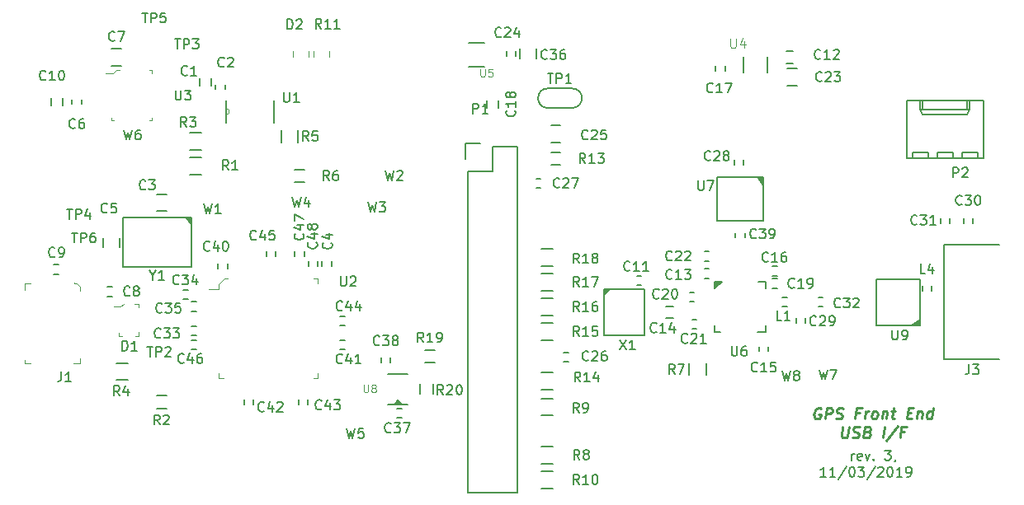
<source format=gbr>
G04 #@! TF.FileFunction,Legend,Top*
%FSLAX46Y46*%
G04 Gerber Fmt 4.6, Leading zero omitted, Abs format (unit mm)*
G04 Created by KiCad (PCBNEW 4.0.5+dfsg1-4~bpo8+1) date Sun Nov  3 08:51:25 2019*
%MOMM*%
%LPD*%
G01*
G04 APERTURE LIST*
%ADD10C,0.100000*%
%ADD11C,0.200000*%
%ADD12C,0.218948*%
%ADD13C,0.150000*%
%ADD14C,0.152400*%
%ADD15C,0.120000*%
G04 APERTURE END LIST*
D10*
D11*
X166390819Y-108466781D02*
X166390819Y-107800114D01*
X166390819Y-107990590D02*
X166438438Y-107895352D01*
X166486057Y-107847733D01*
X166581295Y-107800114D01*
X166676534Y-107800114D01*
X167390820Y-108419162D02*
X167295582Y-108466781D01*
X167105105Y-108466781D01*
X167009867Y-108419162D01*
X166962248Y-108323924D01*
X166962248Y-107942971D01*
X167009867Y-107847733D01*
X167105105Y-107800114D01*
X167295582Y-107800114D01*
X167390820Y-107847733D01*
X167438439Y-107942971D01*
X167438439Y-108038210D01*
X166962248Y-108133448D01*
X167771772Y-107800114D02*
X168009867Y-108466781D01*
X168247963Y-107800114D01*
X168628915Y-108371543D02*
X168676534Y-108419162D01*
X168628915Y-108466781D01*
X168581296Y-108419162D01*
X168628915Y-108371543D01*
X168628915Y-108466781D01*
X169771772Y-107466781D02*
X170390820Y-107466781D01*
X170057486Y-107847733D01*
X170200344Y-107847733D01*
X170295582Y-107895352D01*
X170343201Y-107942971D01*
X170390820Y-108038210D01*
X170390820Y-108276305D01*
X170343201Y-108371543D01*
X170295582Y-108419162D01*
X170200344Y-108466781D01*
X169914629Y-108466781D01*
X169819391Y-108419162D01*
X169771772Y-108371543D01*
X170867010Y-108419162D02*
X170867010Y-108466781D01*
X170819391Y-108562019D01*
X170771772Y-108609638D01*
X163747962Y-110166781D02*
X163176533Y-110166781D01*
X163462247Y-110166781D02*
X163462247Y-109166781D01*
X163367009Y-109309638D01*
X163271771Y-109404876D01*
X163176533Y-109452495D01*
X164700343Y-110166781D02*
X164128914Y-110166781D01*
X164414628Y-110166781D02*
X164414628Y-109166781D01*
X164319390Y-109309638D01*
X164224152Y-109404876D01*
X164128914Y-109452495D01*
X165843200Y-109119162D02*
X164986057Y-110404876D01*
X166367009Y-109166781D02*
X166462248Y-109166781D01*
X166557486Y-109214400D01*
X166605105Y-109262019D01*
X166652724Y-109357257D01*
X166700343Y-109547733D01*
X166700343Y-109785829D01*
X166652724Y-109976305D01*
X166605105Y-110071543D01*
X166557486Y-110119162D01*
X166462248Y-110166781D01*
X166367009Y-110166781D01*
X166271771Y-110119162D01*
X166224152Y-110071543D01*
X166176533Y-109976305D01*
X166128914Y-109785829D01*
X166128914Y-109547733D01*
X166176533Y-109357257D01*
X166224152Y-109262019D01*
X166271771Y-109214400D01*
X166367009Y-109166781D01*
X167033676Y-109166781D02*
X167652724Y-109166781D01*
X167319390Y-109547733D01*
X167462248Y-109547733D01*
X167557486Y-109595352D01*
X167605105Y-109642971D01*
X167652724Y-109738210D01*
X167652724Y-109976305D01*
X167605105Y-110071543D01*
X167557486Y-110119162D01*
X167462248Y-110166781D01*
X167176533Y-110166781D01*
X167081295Y-110119162D01*
X167033676Y-110071543D01*
X168795581Y-109119162D02*
X167938438Y-110404876D01*
X169081295Y-109262019D02*
X169128914Y-109214400D01*
X169224152Y-109166781D01*
X169462248Y-109166781D01*
X169557486Y-109214400D01*
X169605105Y-109262019D01*
X169652724Y-109357257D01*
X169652724Y-109452495D01*
X169605105Y-109595352D01*
X169033676Y-110166781D01*
X169652724Y-110166781D01*
X170271771Y-109166781D02*
X170367010Y-109166781D01*
X170462248Y-109214400D01*
X170509867Y-109262019D01*
X170557486Y-109357257D01*
X170605105Y-109547733D01*
X170605105Y-109785829D01*
X170557486Y-109976305D01*
X170509867Y-110071543D01*
X170462248Y-110119162D01*
X170367010Y-110166781D01*
X170271771Y-110166781D01*
X170176533Y-110119162D01*
X170128914Y-110071543D01*
X170081295Y-109976305D01*
X170033676Y-109785829D01*
X170033676Y-109547733D01*
X170081295Y-109357257D01*
X170128914Y-109262019D01*
X170176533Y-109214400D01*
X170271771Y-109166781D01*
X171557486Y-110166781D02*
X170986057Y-110166781D01*
X171271771Y-110166781D02*
X171271771Y-109166781D01*
X171176533Y-109309638D01*
X171081295Y-109404876D01*
X170986057Y-109452495D01*
X172033676Y-110166781D02*
X172224152Y-110166781D01*
X172319391Y-110119162D01*
X172367010Y-110071543D01*
X172462248Y-109928686D01*
X172509867Y-109738210D01*
X172509867Y-109357257D01*
X172462248Y-109262019D01*
X172414629Y-109214400D01*
X172319391Y-109166781D01*
X172128914Y-109166781D01*
X172033676Y-109214400D01*
X171986057Y-109262019D01*
X171938438Y-109357257D01*
X171938438Y-109595352D01*
X171986057Y-109690590D01*
X172033676Y-109738210D01*
X172128914Y-109785829D01*
X172319391Y-109785829D01*
X172414629Y-109738210D01*
X172462248Y-109690590D01*
X172509867Y-109595352D01*
D12*
X163234130Y-103131684D02*
X163132094Y-103077122D01*
X162968808Y-103077122D01*
X162798702Y-103131684D01*
X162676204Y-103240807D01*
X162608136Y-103349930D01*
X162526426Y-103568177D01*
X162505965Y-103731862D01*
X162533113Y-103950108D01*
X162573901Y-104059232D01*
X162669118Y-104168355D01*
X162825583Y-104222916D01*
X162934440Y-104222916D01*
X163104546Y-104168355D01*
X163165796Y-104113793D01*
X163213537Y-103731862D01*
X162995822Y-103731862D01*
X163642012Y-104222916D02*
X163785237Y-103077122D01*
X164220665Y-103077122D01*
X164322702Y-103131684D01*
X164370310Y-103186246D01*
X164411099Y-103295369D01*
X164390638Y-103459054D01*
X164322569Y-103568177D01*
X164261320Y-103622739D01*
X164145642Y-103677300D01*
X163710214Y-103677300D01*
X164737403Y-104168355D02*
X164893869Y-104222916D01*
X165166012Y-104222916D01*
X165281689Y-104168355D01*
X165342939Y-104113793D01*
X165411007Y-104004670D01*
X165424647Y-103895547D01*
X165383860Y-103786423D01*
X165336251Y-103731862D01*
X165234214Y-103677300D01*
X165023320Y-103622739D01*
X164921283Y-103568177D01*
X164873675Y-103513615D01*
X164832886Y-103404492D01*
X164846527Y-103295369D01*
X164914596Y-103186246D01*
X164975844Y-103131684D01*
X165091523Y-103077122D01*
X165363665Y-103077122D01*
X165520130Y-103131684D01*
X167200462Y-103622739D02*
X166819462Y-103622739D01*
X166744440Y-104222916D02*
X166887665Y-103077122D01*
X167431951Y-103077122D01*
X167724154Y-104222916D02*
X167819637Y-103459054D01*
X167792356Y-103677300D02*
X167860425Y-103568177D01*
X167921674Y-103513615D01*
X168037351Y-103459054D01*
X168146208Y-103459054D01*
X168595011Y-104222916D02*
X168492973Y-104168355D01*
X168445366Y-104113793D01*
X168404577Y-104004670D01*
X168445498Y-103677300D01*
X168513568Y-103568177D01*
X168574816Y-103513615D01*
X168690494Y-103459054D01*
X168853779Y-103459054D01*
X168955816Y-103513615D01*
X169003425Y-103568177D01*
X169044213Y-103677300D01*
X169003292Y-104004670D01*
X168935223Y-104113793D01*
X168873973Y-104168355D01*
X168758296Y-104222916D01*
X168595011Y-104222916D01*
X169561351Y-103459054D02*
X169465868Y-104222916D01*
X169547711Y-103568177D02*
X169608959Y-103513615D01*
X169724637Y-103459054D01*
X169887922Y-103459054D01*
X169989959Y-103513615D01*
X170030747Y-103622739D01*
X169955725Y-104222916D01*
X170432208Y-103459054D02*
X170867637Y-103459054D01*
X170643236Y-103077122D02*
X170520472Y-104059232D01*
X170561259Y-104168355D01*
X170663297Y-104222916D01*
X170772154Y-104222916D01*
X172099033Y-103622739D02*
X172480033Y-103622739D01*
X172568297Y-104222916D02*
X172024011Y-104222916D01*
X172167236Y-103077122D01*
X172711522Y-103077122D01*
X173153637Y-103459054D02*
X173058154Y-104222916D01*
X173139997Y-103568177D02*
X173201245Y-103513615D01*
X173316923Y-103459054D01*
X173480208Y-103459054D01*
X173582245Y-103513615D01*
X173623033Y-103622739D01*
X173548011Y-104222916D01*
X174582154Y-104222916D02*
X174725379Y-103077122D01*
X174588974Y-104168355D02*
X174473297Y-104222916D01*
X174255583Y-104222916D01*
X174153545Y-104168355D01*
X174105938Y-104113793D01*
X174065149Y-104004670D01*
X174106070Y-103677300D01*
X174174140Y-103568177D01*
X174235388Y-103513615D01*
X174351066Y-103459054D01*
X174568780Y-103459054D01*
X174670817Y-103513615D01*
X165445308Y-105014761D02*
X165329364Y-105942309D01*
X165370152Y-106051432D01*
X165417760Y-106105994D01*
X165519797Y-106160555D01*
X165737511Y-106160555D01*
X165853189Y-106105994D01*
X165914438Y-106051432D01*
X165982507Y-105942309D01*
X166098451Y-105014761D01*
X166451903Y-106105994D02*
X166608369Y-106160555D01*
X166880512Y-106160555D01*
X166996189Y-106105994D01*
X167057439Y-106051432D01*
X167125507Y-105942309D01*
X167139147Y-105833186D01*
X167098360Y-105724062D01*
X167050751Y-105669501D01*
X166948714Y-105614939D01*
X166737820Y-105560378D01*
X166635783Y-105505816D01*
X166588175Y-105451254D01*
X166547386Y-105342131D01*
X166561027Y-105233008D01*
X166629096Y-105123885D01*
X166690344Y-105069323D01*
X166806023Y-105014761D01*
X167078165Y-105014761D01*
X167234630Y-105069323D01*
X168044105Y-105560378D02*
X168200571Y-105614939D01*
X168248179Y-105669501D01*
X168288968Y-105778624D01*
X168268507Y-105942309D01*
X168200438Y-106051432D01*
X168139189Y-106105994D01*
X168023511Y-106160555D01*
X167588083Y-106160555D01*
X167731308Y-105014761D01*
X168112308Y-105014761D01*
X168214344Y-105069323D01*
X168261953Y-105123885D01*
X168302741Y-105233008D01*
X168289100Y-105342131D01*
X168221032Y-105451254D01*
X168159783Y-105505816D01*
X168044105Y-105560378D01*
X167663105Y-105560378D01*
X169601940Y-106160555D02*
X169745165Y-105014761D01*
X171112699Y-104960200D02*
X169948839Y-106433363D01*
X171799677Y-105560378D02*
X171418677Y-105560378D01*
X171343655Y-106160555D02*
X171486880Y-105014761D01*
X172031166Y-105014761D01*
D13*
X119987200Y-102692800D02*
X119837200Y-102492800D01*
X119837200Y-102492800D02*
X119687200Y-102642800D01*
X119687200Y-102642800D02*
X119837200Y-102642800D01*
X120137200Y-102692800D02*
X119837200Y-102292800D01*
X119837200Y-102292800D02*
X119537200Y-102692800D01*
D14*
X120853200Y-99568000D02*
X118821200Y-99568000D01*
X118821200Y-102717600D02*
X120853200Y-102717600D01*
D13*
X152340000Y-90360000D02*
X152540000Y-90110000D01*
X152540000Y-90110000D02*
X152640000Y-90110000D01*
X152640000Y-90110000D02*
X152340000Y-90460000D01*
X152340000Y-90460000D02*
X152340000Y-90610000D01*
X152340000Y-90610000D02*
X152790000Y-90110000D01*
X152790000Y-90110000D02*
X152890000Y-90110000D01*
X152890000Y-90110000D02*
X152340000Y-90710000D01*
X152340000Y-90710000D02*
X152340000Y-90810000D01*
X152340000Y-90810000D02*
X153040000Y-90110000D01*
X152340000Y-94610000D02*
X152340000Y-95310000D01*
X152340000Y-95310000D02*
X152940000Y-95310000D01*
X157540000Y-94610000D02*
X157540000Y-95310000D01*
X157540000Y-95310000D02*
X156740000Y-95310000D01*
X156840000Y-90110000D02*
X157540000Y-90110000D01*
X157540000Y-90110000D02*
X157540000Y-90810000D01*
X152340000Y-90810000D02*
X152340000Y-90110000D01*
X152340000Y-90110000D02*
X153040000Y-90110000D01*
X99476000Y-69946000D02*
X99476000Y-69246000D01*
X100676000Y-69246000D02*
X100676000Y-69946000D01*
X101125000Y-69854000D02*
X101125000Y-70354000D01*
X102075000Y-70354000D02*
X102075000Y-69854000D01*
X95105600Y-82841200D02*
X96105600Y-82841200D01*
X96105600Y-81141200D02*
X95105600Y-81141200D01*
X89574000Y-85606000D02*
X89574000Y-86606000D01*
X91274000Y-86606000D02*
X91274000Y-85606000D01*
X86393000Y-71378000D02*
X86393000Y-71878000D01*
X87343000Y-71878000D02*
X87343000Y-71378000D01*
X90521600Y-90660200D02*
X90021600Y-90660200D01*
X90021600Y-91610200D02*
X90521600Y-91610200D01*
X144814100Y-89555300D02*
X144314100Y-89555300D01*
X144314100Y-90505300D02*
X144814100Y-90505300D01*
X159670000Y-66456000D02*
X160370000Y-66456000D01*
X160370000Y-67656000D02*
X159670000Y-67656000D01*
X151261000Y-89756000D02*
X151761000Y-89756000D01*
X151761000Y-88806000D02*
X151261000Y-88806000D01*
X149737000Y-92169000D02*
X150237000Y-92169000D01*
X150237000Y-91219000D02*
X149737000Y-91219000D01*
X157828000Y-97278000D02*
X157828000Y-96778000D01*
X156878000Y-96778000D02*
X156878000Y-97278000D01*
X158746000Y-88552000D02*
X158246000Y-88552000D01*
X158246000Y-89502000D02*
X158746000Y-89502000D01*
X130140000Y-71532000D02*
X130140000Y-72232000D01*
X128940000Y-72232000D02*
X128940000Y-71532000D01*
X147351000Y-92668800D02*
X148051000Y-92668800D01*
X148051000Y-93868800D02*
X147351000Y-93868800D01*
X149991000Y-94963000D02*
X150491000Y-94963000D01*
X150491000Y-94013000D02*
X149991000Y-94013000D01*
X151261000Y-87978000D02*
X151761000Y-87978000D01*
X151761000Y-87028000D02*
X151261000Y-87028000D01*
X135517000Y-75780000D02*
X136517000Y-75780000D01*
X136517000Y-74080000D02*
X135517000Y-74080000D01*
X136808400Y-98315800D02*
X137308400Y-98315800D01*
X137308400Y-97365800D02*
X136808400Y-97365800D01*
X133989000Y-80485000D02*
X134489000Y-80485000D01*
X134489000Y-79535000D02*
X133989000Y-79535000D01*
X154338000Y-77601000D02*
X154338000Y-78101000D01*
X155288000Y-78101000D02*
X155288000Y-77601000D01*
X178833800Y-84095400D02*
X178833800Y-83595400D01*
X177883800Y-83595400D02*
X177883800Y-84095400D01*
D10*
X91676600Y-92380800D02*
X91351600Y-92705800D01*
X91351600Y-92705800D02*
X90651600Y-92705800D01*
X93176600Y-92730800D02*
X93176600Y-92380800D01*
X93176600Y-92380800D02*
X92826600Y-92380800D01*
X91501600Y-95680800D02*
X91176600Y-95680800D01*
X91176600Y-95680800D02*
X91176600Y-95380800D01*
X93176600Y-95330800D02*
X93176600Y-95680800D01*
X93176600Y-95680800D02*
X92876600Y-95680800D01*
D13*
X174592000Y-91080400D02*
X174592000Y-90580400D01*
X173642000Y-90580400D02*
X173642000Y-91080400D01*
X99660000Y-79107000D02*
X98460000Y-79107000D01*
X98460000Y-77357000D02*
X99660000Y-77357000D01*
X95054800Y-101788600D02*
X96054800Y-101788600D01*
X96054800Y-103138600D02*
X95054800Y-103138600D01*
X99660000Y-76567000D02*
X98460000Y-76567000D01*
X98460000Y-74817000D02*
X99660000Y-74817000D01*
X92141600Y-100239800D02*
X90941600Y-100239800D01*
X90941600Y-98489800D02*
X92141600Y-98489800D01*
X107837000Y-75784000D02*
X107837000Y-74584000D01*
X109587000Y-74584000D02*
X109587000Y-75784000D01*
X110228000Y-79923000D02*
X109228000Y-79923000D01*
X109228000Y-78573000D02*
X110228000Y-78573000D01*
X151446200Y-98510800D02*
X151446200Y-99710800D01*
X149696200Y-99710800D02*
X149696200Y-98510800D01*
X134528000Y-107075000D02*
X135728000Y-107075000D01*
X135728000Y-108825000D02*
X134528000Y-108825000D01*
X134528000Y-102122000D02*
X135728000Y-102122000D01*
X135728000Y-103872000D02*
X134528000Y-103872000D01*
X134528000Y-109615000D02*
X135728000Y-109615000D01*
X135728000Y-111365000D02*
X134528000Y-111365000D01*
X136517000Y-78145000D02*
X135517000Y-78145000D01*
X135517000Y-76795000D02*
X136517000Y-76795000D01*
X134528000Y-99455000D02*
X135728000Y-99455000D01*
X135728000Y-101205000D02*
X134528000Y-101205000D01*
X134528000Y-94375000D02*
X135728000Y-94375000D01*
X135728000Y-96125000D02*
X134528000Y-96125000D01*
X134528000Y-91835000D02*
X135728000Y-91835000D01*
X135728000Y-93585000D02*
X134528000Y-93585000D01*
X134528000Y-89295000D02*
X135728000Y-89295000D01*
X135728000Y-91045000D02*
X134528000Y-91045000D01*
X134528000Y-86755000D02*
X135728000Y-86755000D01*
X135728000Y-88505000D02*
X134528000Y-88505000D01*
X137698800Y-72259700D02*
X135198800Y-72259700D01*
X137698800Y-70259700D02*
X135198800Y-70259700D01*
X137698800Y-72259700D02*
G75*
G03X137698800Y-70259700I0J1000000D01*
G01*
X135198800Y-70259700D02*
G75*
G03X135198800Y-72259700I0J-1000000D01*
G01*
D14*
X107086400Y-73812400D02*
X107086400Y-71475600D01*
X102209600Y-71475600D02*
X102209600Y-72339200D01*
X102209600Y-72339200D02*
X102209600Y-72948800D01*
X102209600Y-72948800D02*
X102209600Y-73812400D01*
D10*
X102209600Y-72339200D02*
G75*
G02X102209600Y-72948800I0J-304800D01*
G01*
X102327600Y-89794400D02*
X102027600Y-89794400D01*
X102027600Y-89794400D02*
X101427600Y-90394400D01*
X101427600Y-90394400D02*
X101427600Y-90894400D01*
X101427600Y-90894400D02*
X100427600Y-90894400D01*
X101427600Y-99994400D02*
X101427600Y-99494400D01*
X101427600Y-99994400D02*
X101927600Y-99994400D01*
X111627600Y-89794400D02*
X111127600Y-89794400D01*
X111627600Y-89794400D02*
X111627600Y-90294400D01*
X111627600Y-99994400D02*
X111127600Y-99994400D01*
X111627600Y-99994400D02*
X111627600Y-99494400D01*
X91306800Y-68367600D02*
X90906800Y-68367600D01*
X90906800Y-68367600D02*
X90606800Y-68667600D01*
X90606800Y-68667600D02*
X89806800Y-68667600D01*
X90406800Y-73267600D02*
X90406800Y-73567600D01*
X90406800Y-73567600D02*
X90706800Y-73567600D01*
X94606800Y-68667600D02*
X94606800Y-68367600D01*
X94606800Y-68367600D02*
X94306800Y-68367600D01*
X94606800Y-73267600D02*
X94606800Y-73567600D01*
X94606800Y-73567600D02*
X94306800Y-73567600D01*
D13*
X157283000Y-80199000D02*
X156683000Y-79399000D01*
X156683000Y-79399000D02*
X157283000Y-79899000D01*
X157283000Y-79899000D02*
X156983000Y-79399000D01*
X156983000Y-79399000D02*
X157183000Y-79599000D01*
X157183000Y-79599000D02*
X156883000Y-79499000D01*
X156883000Y-79499000D02*
X157183000Y-79499000D01*
X157183000Y-79499000D02*
X157183000Y-79999000D01*
X157283000Y-83899000D02*
X157283000Y-79399000D01*
X157283000Y-79399000D02*
X152583000Y-79399000D01*
X152583000Y-79399000D02*
X152583000Y-83899000D01*
X152583000Y-83899000D02*
X157283000Y-83899000D01*
X98628000Y-83839200D02*
X98428000Y-83639200D01*
X98628000Y-84039200D02*
X98228000Y-83539200D01*
X98628000Y-84239200D02*
X98028000Y-83539200D01*
X98628000Y-88639200D02*
X98628000Y-83539200D01*
X98628000Y-83539200D02*
X91628000Y-83539200D01*
X91628000Y-83539200D02*
X91628000Y-88639200D01*
X91628000Y-88639200D02*
X98628000Y-88639200D01*
X98657600Y-97096600D02*
X99157600Y-97096600D01*
X99157600Y-96146600D02*
X98657600Y-96146600D01*
X98657600Y-93134200D02*
X99157600Y-93134200D01*
X99157600Y-92184200D02*
X98657600Y-92184200D01*
X85035200Y-88374200D02*
X84535200Y-88374200D01*
X84535200Y-89324200D02*
X85035200Y-89324200D01*
X84236000Y-71978000D02*
X84236000Y-71278000D01*
X85436000Y-71278000D02*
X85436000Y-71978000D01*
X153383000Y-68449000D02*
X153383000Y-67949000D01*
X152433000Y-67949000D02*
X152433000Y-68449000D01*
X131920000Y-66925000D02*
X131920000Y-66425000D01*
X130970000Y-66425000D02*
X130970000Y-66925000D01*
X119739600Y-104107000D02*
X120239600Y-104107000D01*
X120239600Y-103157000D02*
X119739600Y-103157000D01*
X118092200Y-97946400D02*
X118092200Y-98446400D01*
X119042200Y-98446400D02*
X119042200Y-97946400D01*
X123588400Y-98465000D02*
X122588400Y-98465000D01*
X122588400Y-97115000D02*
X123588400Y-97115000D01*
X123407800Y-100642800D02*
X123407800Y-101642800D01*
X122057800Y-101642800D02*
X122057800Y-100642800D01*
X141551100Y-90862300D02*
X140951100Y-91462300D01*
X140951100Y-91462300D02*
X141451100Y-90862300D01*
X141451100Y-90862300D02*
X141051100Y-91262300D01*
X141051100Y-91262300D02*
X141251100Y-90962300D01*
X141251100Y-90962300D02*
X141051100Y-91062300D01*
X141051100Y-91062300D02*
X141051100Y-90962300D01*
X141051100Y-90962300D02*
X141051100Y-91162300D01*
X145151100Y-90862300D02*
X140951100Y-90862300D01*
X140951100Y-90862300D02*
X140951100Y-95662300D01*
X140951100Y-95662300D02*
X145151100Y-95662300D01*
X145151100Y-95662300D02*
X145151100Y-90862300D01*
D14*
X157702200Y-68611800D02*
X157702200Y-66986200D01*
X155263800Y-66986200D02*
X155263800Y-68611800D01*
X128682800Y-65563800D02*
X127057200Y-65563800D01*
X127057200Y-68002200D02*
X128682800Y-68002200D01*
D10*
X82095000Y-90337200D02*
X81545000Y-90337200D01*
X81545000Y-90337200D02*
X81545000Y-90987200D01*
X82145000Y-98537200D02*
X81545000Y-98537200D01*
X81545000Y-98537200D02*
X81545000Y-98137200D01*
X87245000Y-98037200D02*
X87245000Y-98537200D01*
X87245000Y-98537200D02*
X86545000Y-98537200D01*
X87245000Y-91087200D02*
X87245000Y-90637200D01*
X87245000Y-90637200D02*
X86895000Y-90337200D01*
X86895000Y-90337200D02*
X86595000Y-90337200D01*
X86595000Y-90337200D02*
X86595000Y-90187200D01*
D13*
X158746000Y-89822000D02*
X158246000Y-89822000D01*
X158246000Y-90772000D02*
X158746000Y-90772000D01*
X160774000Y-68238000D02*
X159774000Y-68238000D01*
X159774000Y-69938000D02*
X160774000Y-69938000D01*
X161638000Y-94357000D02*
X161638000Y-93857000D01*
X160688000Y-93857000D02*
X160688000Y-94357000D01*
X134060300Y-67175000D02*
X134060300Y-66175000D01*
X132360300Y-66175000D02*
X132360300Y-67175000D01*
X159262000Y-92677000D02*
X159762000Y-92677000D01*
X159762000Y-91727000D02*
X159262000Y-91727000D01*
X179881200Y-77467400D02*
X179881200Y-71467400D01*
X179881200Y-71467400D02*
X172061200Y-71467400D01*
X172061200Y-71467400D02*
X172061200Y-77467400D01*
X172061200Y-77467400D02*
X179881200Y-77467400D01*
X178511200Y-71467400D02*
X178511200Y-72467400D01*
X178511200Y-72467400D02*
X173431200Y-72467400D01*
X173431200Y-72467400D02*
X173431200Y-71467400D01*
X178511200Y-72467400D02*
X178261200Y-72897400D01*
X178261200Y-72897400D02*
X173681200Y-72897400D01*
X173681200Y-72897400D02*
X173431200Y-72467400D01*
X178261200Y-71467400D02*
X178261200Y-72467400D01*
X173681200Y-71467400D02*
X173681200Y-72467400D01*
X179311200Y-77467400D02*
X179311200Y-76847400D01*
X179311200Y-76847400D02*
X177711200Y-76847400D01*
X177711200Y-76847400D02*
X177711200Y-77467400D01*
X176771200Y-77467400D02*
X176771200Y-76847400D01*
X176771200Y-76847400D02*
X175171200Y-76847400D01*
X175171200Y-76847400D02*
X175171200Y-77467400D01*
X174231200Y-77467400D02*
X174231200Y-76847400D01*
X174231200Y-76847400D02*
X172631200Y-76847400D01*
X172631200Y-76847400D02*
X172631200Y-77467400D01*
X154465000Y-85094000D02*
X154465000Y-85594000D01*
X155415000Y-85594000D02*
X155415000Y-85094000D01*
X176446200Y-84095400D02*
X176446200Y-83595400D01*
X175496200Y-83595400D02*
X175496200Y-84095400D01*
X162945000Y-92677000D02*
X163445000Y-92677000D01*
X163445000Y-91727000D02*
X162945000Y-91727000D01*
X101379000Y-88243600D02*
X101379000Y-88743600D01*
X102329000Y-88743600D02*
X102329000Y-88243600D01*
X114397600Y-96146600D02*
X113897600Y-96146600D01*
X113897600Y-97096600D02*
X114397600Y-97096600D01*
X104970600Y-102764400D02*
X104970600Y-102264400D01*
X104020600Y-102264400D02*
X104020600Y-102764400D01*
X110558600Y-102764400D02*
X110558600Y-102264400D01*
X109608600Y-102264400D02*
X109608600Y-102764400D01*
X114397600Y-93657400D02*
X113897600Y-93657400D01*
X113897600Y-94607400D02*
X114397600Y-94607400D01*
X106306600Y-87024400D02*
X106306600Y-87524400D01*
X107256600Y-87524400D02*
X107256600Y-87024400D01*
X98657600Y-95623400D02*
X99157600Y-95623400D01*
X99157600Y-94673400D02*
X98657600Y-94673400D01*
X109253000Y-87024400D02*
X109253000Y-87524400D01*
X110203000Y-87524400D02*
X110203000Y-87024400D01*
X110675400Y-87989600D02*
X110675400Y-88489600D01*
X111625400Y-88489600D02*
X111625400Y-87989600D01*
X112047000Y-87989600D02*
X112047000Y-88489600D01*
X112997000Y-88489600D02*
X112997000Y-87989600D01*
X91432000Y-66206000D02*
X90432000Y-66206000D01*
X90432000Y-67906000D02*
X91432000Y-67906000D01*
X97794000Y-91915000D02*
X98294000Y-91915000D01*
X98294000Y-90965000D02*
X97794000Y-90965000D01*
D15*
X110629600Y-67045800D02*
X110629600Y-66445800D01*
X109029600Y-67025800D02*
X109029600Y-66425800D01*
X111163200Y-66380400D02*
X111163200Y-66980400D01*
X112763200Y-66400400D02*
X112763200Y-67000400D01*
D13*
X181533800Y-86352000D02*
X175883800Y-86352000D01*
X175883800Y-86352000D02*
X175883800Y-98102000D01*
X175883800Y-98102000D02*
X181533800Y-98102000D01*
X132080000Y-111760000D02*
X132080000Y-76200000D01*
X127000000Y-78740000D02*
X127000000Y-111760000D01*
X132080000Y-111760000D02*
X127000000Y-111760000D01*
X132080000Y-76200000D02*
X129540000Y-76200000D01*
X128270000Y-75920000D02*
X126720000Y-75920000D01*
X129540000Y-76200000D02*
X129540000Y-78740000D01*
X129540000Y-78740000D02*
X127000000Y-78740000D01*
X126720000Y-75920000D02*
X126720000Y-77470000D01*
X172581800Y-94595800D02*
X173381800Y-93995800D01*
X173381800Y-93995800D02*
X172881800Y-94595800D01*
X172881800Y-94595800D02*
X173381800Y-94295800D01*
X173381800Y-94295800D02*
X173181800Y-94495800D01*
X173181800Y-94495800D02*
X173281800Y-94195800D01*
X173281800Y-94195800D02*
X173281800Y-94495800D01*
X173281800Y-94495800D02*
X172781800Y-94495800D01*
X168881800Y-94595800D02*
X173381800Y-94595800D01*
X173381800Y-94595800D02*
X173381800Y-89895800D01*
X173381800Y-89895800D02*
X168881800Y-89895800D01*
X168881800Y-89895800D02*
X168881800Y-94595800D01*
D10*
X116306676Y-100704705D02*
X116306676Y-101352324D01*
X116344771Y-101428514D01*
X116382867Y-101466610D01*
X116459057Y-101504705D01*
X116611438Y-101504705D01*
X116687629Y-101466610D01*
X116725724Y-101428514D01*
X116763819Y-101352324D01*
X116763819Y-100704705D01*
X117259057Y-101047562D02*
X117182866Y-101009467D01*
X117144771Y-100971371D01*
X117106676Y-100895181D01*
X117106676Y-100857086D01*
X117144771Y-100780895D01*
X117182866Y-100742800D01*
X117259057Y-100704705D01*
X117411438Y-100704705D01*
X117487628Y-100742800D01*
X117525724Y-100780895D01*
X117563819Y-100857086D01*
X117563819Y-100895181D01*
X117525724Y-100971371D01*
X117487628Y-101009467D01*
X117411438Y-101047562D01*
X117259057Y-101047562D01*
X117182866Y-101085657D01*
X117144771Y-101123752D01*
X117106676Y-101199943D01*
X117106676Y-101352324D01*
X117144771Y-101428514D01*
X117182866Y-101466610D01*
X117259057Y-101504705D01*
X117411438Y-101504705D01*
X117487628Y-101466610D01*
X117525724Y-101428514D01*
X117563819Y-101352324D01*
X117563819Y-101199943D01*
X117525724Y-101123752D01*
X117487628Y-101085657D01*
X117411438Y-101047562D01*
D13*
X154051095Y-96734381D02*
X154051095Y-97543905D01*
X154098714Y-97639143D01*
X154146333Y-97686762D01*
X154241571Y-97734381D01*
X154432048Y-97734381D01*
X154527286Y-97686762D01*
X154574905Y-97639143D01*
X154622524Y-97543905D01*
X154622524Y-96734381D01*
X155527286Y-96734381D02*
X155336809Y-96734381D01*
X155241571Y-96782000D01*
X155193952Y-96829619D01*
X155098714Y-96972476D01*
X155051095Y-97162952D01*
X155051095Y-97543905D01*
X155098714Y-97639143D01*
X155146333Y-97686762D01*
X155241571Y-97734381D01*
X155432048Y-97734381D01*
X155527286Y-97686762D01*
X155574905Y-97639143D01*
X155622524Y-97543905D01*
X155622524Y-97305810D01*
X155574905Y-97210571D01*
X155527286Y-97162952D01*
X155432048Y-97115333D01*
X155241571Y-97115333D01*
X155146333Y-97162952D01*
X155098714Y-97210571D01*
X155051095Y-97305810D01*
X98207534Y-68835543D02*
X98159915Y-68883162D01*
X98017058Y-68930781D01*
X97921820Y-68930781D01*
X97778962Y-68883162D01*
X97683724Y-68787924D01*
X97636105Y-68692686D01*
X97588486Y-68502210D01*
X97588486Y-68359352D01*
X97636105Y-68168876D01*
X97683724Y-68073638D01*
X97778962Y-67978400D01*
X97921820Y-67930781D01*
X98017058Y-67930781D01*
X98159915Y-67978400D01*
X98207534Y-68026019D01*
X99159915Y-68930781D02*
X98588486Y-68930781D01*
X98874200Y-68930781D02*
X98874200Y-67930781D01*
X98778962Y-68073638D01*
X98683724Y-68168876D01*
X98588486Y-68216495D01*
X101992134Y-67971943D02*
X101944515Y-68019562D01*
X101801658Y-68067181D01*
X101706420Y-68067181D01*
X101563562Y-68019562D01*
X101468324Y-67924324D01*
X101420705Y-67829086D01*
X101373086Y-67638610D01*
X101373086Y-67495752D01*
X101420705Y-67305276D01*
X101468324Y-67210038D01*
X101563562Y-67114800D01*
X101706420Y-67067181D01*
X101801658Y-67067181D01*
X101944515Y-67114800D01*
X101992134Y-67162419D01*
X102373086Y-67162419D02*
X102420705Y-67114800D01*
X102515943Y-67067181D01*
X102754039Y-67067181D01*
X102849277Y-67114800D01*
X102896896Y-67162419D01*
X102944515Y-67257657D01*
X102944515Y-67352895D01*
X102896896Y-67495752D01*
X102325467Y-68067181D01*
X102944515Y-68067181D01*
X93914934Y-80570343D02*
X93867315Y-80617962D01*
X93724458Y-80665581D01*
X93629220Y-80665581D01*
X93486362Y-80617962D01*
X93391124Y-80522724D01*
X93343505Y-80427486D01*
X93295886Y-80237010D01*
X93295886Y-80094152D01*
X93343505Y-79903676D01*
X93391124Y-79808438D01*
X93486362Y-79713200D01*
X93629220Y-79665581D01*
X93724458Y-79665581D01*
X93867315Y-79713200D01*
X93914934Y-79760819D01*
X94248267Y-79665581D02*
X94867315Y-79665581D01*
X94533981Y-80046533D01*
X94676839Y-80046533D01*
X94772077Y-80094152D01*
X94819696Y-80141771D01*
X94867315Y-80237010D01*
X94867315Y-80475105D01*
X94819696Y-80570343D01*
X94772077Y-80617962D01*
X94676839Y-80665581D01*
X94391124Y-80665581D01*
X94295886Y-80617962D01*
X94248267Y-80570343D01*
X90003334Y-82957943D02*
X89955715Y-83005562D01*
X89812858Y-83053181D01*
X89717620Y-83053181D01*
X89574762Y-83005562D01*
X89479524Y-82910324D01*
X89431905Y-82815086D01*
X89384286Y-82624610D01*
X89384286Y-82481752D01*
X89431905Y-82291276D01*
X89479524Y-82196038D01*
X89574762Y-82100800D01*
X89717620Y-82053181D01*
X89812858Y-82053181D01*
X89955715Y-82100800D01*
X90003334Y-82148419D01*
X90908096Y-82053181D02*
X90431905Y-82053181D01*
X90384286Y-82529371D01*
X90431905Y-82481752D01*
X90527143Y-82434133D01*
X90765239Y-82434133D01*
X90860477Y-82481752D01*
X90908096Y-82529371D01*
X90955715Y-82624610D01*
X90955715Y-82862705D01*
X90908096Y-82957943D01*
X90860477Y-83005562D01*
X90765239Y-83053181D01*
X90527143Y-83053181D01*
X90431905Y-83005562D01*
X90384286Y-82957943D01*
X86701334Y-74271143D02*
X86653715Y-74318762D01*
X86510858Y-74366381D01*
X86415620Y-74366381D01*
X86272762Y-74318762D01*
X86177524Y-74223524D01*
X86129905Y-74128286D01*
X86082286Y-73937810D01*
X86082286Y-73794952D01*
X86129905Y-73604476D01*
X86177524Y-73509238D01*
X86272762Y-73414000D01*
X86415620Y-73366381D01*
X86510858Y-73366381D01*
X86653715Y-73414000D01*
X86701334Y-73461619D01*
X87558477Y-73366381D02*
X87368000Y-73366381D01*
X87272762Y-73414000D01*
X87225143Y-73461619D01*
X87129905Y-73604476D01*
X87082286Y-73794952D01*
X87082286Y-74175905D01*
X87129905Y-74271143D01*
X87177524Y-74318762D01*
X87272762Y-74366381D01*
X87463239Y-74366381D01*
X87558477Y-74318762D01*
X87606096Y-74271143D01*
X87653715Y-74175905D01*
X87653715Y-73937810D01*
X87606096Y-73842571D01*
X87558477Y-73794952D01*
X87463239Y-73747333D01*
X87272762Y-73747333D01*
X87177524Y-73794952D01*
X87129905Y-73842571D01*
X87082286Y-73937810D01*
X92314734Y-91492343D02*
X92267115Y-91539962D01*
X92124258Y-91587581D01*
X92029020Y-91587581D01*
X91886162Y-91539962D01*
X91790924Y-91444724D01*
X91743305Y-91349486D01*
X91695686Y-91159010D01*
X91695686Y-91016152D01*
X91743305Y-90825676D01*
X91790924Y-90730438D01*
X91886162Y-90635200D01*
X92029020Y-90587581D01*
X92124258Y-90587581D01*
X92267115Y-90635200D01*
X92314734Y-90682819D01*
X92886162Y-91016152D02*
X92790924Y-90968533D01*
X92743305Y-90920914D01*
X92695686Y-90825676D01*
X92695686Y-90778057D01*
X92743305Y-90682819D01*
X92790924Y-90635200D01*
X92886162Y-90587581D01*
X93076639Y-90587581D01*
X93171877Y-90635200D01*
X93219496Y-90682819D01*
X93267115Y-90778057D01*
X93267115Y-90825676D01*
X93219496Y-90920914D01*
X93171877Y-90968533D01*
X93076639Y-91016152D01*
X92886162Y-91016152D01*
X92790924Y-91063771D01*
X92743305Y-91111390D01*
X92695686Y-91206629D01*
X92695686Y-91397105D01*
X92743305Y-91492343D01*
X92790924Y-91539962D01*
X92886162Y-91587581D01*
X93076639Y-91587581D01*
X93171877Y-91539962D01*
X93219496Y-91492343D01*
X93267115Y-91397105D01*
X93267115Y-91206629D01*
X93219496Y-91111390D01*
X93171877Y-91063771D01*
X93076639Y-91016152D01*
X143629143Y-88926943D02*
X143581524Y-88974562D01*
X143438667Y-89022181D01*
X143343429Y-89022181D01*
X143200571Y-88974562D01*
X143105333Y-88879324D01*
X143057714Y-88784086D01*
X143010095Y-88593610D01*
X143010095Y-88450752D01*
X143057714Y-88260276D01*
X143105333Y-88165038D01*
X143200571Y-88069800D01*
X143343429Y-88022181D01*
X143438667Y-88022181D01*
X143581524Y-88069800D01*
X143629143Y-88117419D01*
X144581524Y-89022181D02*
X144010095Y-89022181D01*
X144295809Y-89022181D02*
X144295809Y-88022181D01*
X144200571Y-88165038D01*
X144105333Y-88260276D01*
X144010095Y-88307895D01*
X145533905Y-89022181D02*
X144962476Y-89022181D01*
X145248190Y-89022181D02*
X145248190Y-88022181D01*
X145152952Y-88165038D01*
X145057714Y-88260276D01*
X144962476Y-88307895D01*
X163187143Y-67159143D02*
X163139524Y-67206762D01*
X162996667Y-67254381D01*
X162901429Y-67254381D01*
X162758571Y-67206762D01*
X162663333Y-67111524D01*
X162615714Y-67016286D01*
X162568095Y-66825810D01*
X162568095Y-66682952D01*
X162615714Y-66492476D01*
X162663333Y-66397238D01*
X162758571Y-66302000D01*
X162901429Y-66254381D01*
X162996667Y-66254381D01*
X163139524Y-66302000D01*
X163187143Y-66349619D01*
X164139524Y-67254381D02*
X163568095Y-67254381D01*
X163853809Y-67254381D02*
X163853809Y-66254381D01*
X163758571Y-66397238D01*
X163663333Y-66492476D01*
X163568095Y-66540095D01*
X164520476Y-66349619D02*
X164568095Y-66302000D01*
X164663333Y-66254381D01*
X164901429Y-66254381D01*
X164996667Y-66302000D01*
X165044286Y-66349619D01*
X165091905Y-66444857D01*
X165091905Y-66540095D01*
X165044286Y-66682952D01*
X164472857Y-67254381D01*
X165091905Y-67254381D01*
X147947143Y-89765143D02*
X147899524Y-89812762D01*
X147756667Y-89860381D01*
X147661429Y-89860381D01*
X147518571Y-89812762D01*
X147423333Y-89717524D01*
X147375714Y-89622286D01*
X147328095Y-89431810D01*
X147328095Y-89288952D01*
X147375714Y-89098476D01*
X147423333Y-89003238D01*
X147518571Y-88908000D01*
X147661429Y-88860381D01*
X147756667Y-88860381D01*
X147899524Y-88908000D01*
X147947143Y-88955619D01*
X148899524Y-89860381D02*
X148328095Y-89860381D01*
X148613809Y-89860381D02*
X148613809Y-88860381D01*
X148518571Y-89003238D01*
X148423333Y-89098476D01*
X148328095Y-89146095D01*
X149232857Y-88860381D02*
X149851905Y-88860381D01*
X149518571Y-89241333D01*
X149661429Y-89241333D01*
X149756667Y-89288952D01*
X149804286Y-89336571D01*
X149851905Y-89431810D01*
X149851905Y-89669905D01*
X149804286Y-89765143D01*
X149756667Y-89812762D01*
X149661429Y-89860381D01*
X149375714Y-89860381D01*
X149280476Y-89812762D01*
X149232857Y-89765143D01*
X146346943Y-95251543D02*
X146299324Y-95299162D01*
X146156467Y-95346781D01*
X146061229Y-95346781D01*
X145918371Y-95299162D01*
X145823133Y-95203924D01*
X145775514Y-95108686D01*
X145727895Y-94918210D01*
X145727895Y-94775352D01*
X145775514Y-94584876D01*
X145823133Y-94489638D01*
X145918371Y-94394400D01*
X146061229Y-94346781D01*
X146156467Y-94346781D01*
X146299324Y-94394400D01*
X146346943Y-94442019D01*
X147299324Y-95346781D02*
X146727895Y-95346781D01*
X147013609Y-95346781D02*
X147013609Y-94346781D01*
X146918371Y-94489638D01*
X146823133Y-94584876D01*
X146727895Y-94632495D01*
X148156467Y-94680114D02*
X148156467Y-95346781D01*
X147918371Y-94299162D02*
X147680276Y-95013448D01*
X148299324Y-95013448D01*
X156710143Y-99290143D02*
X156662524Y-99337762D01*
X156519667Y-99385381D01*
X156424429Y-99385381D01*
X156281571Y-99337762D01*
X156186333Y-99242524D01*
X156138714Y-99147286D01*
X156091095Y-98956810D01*
X156091095Y-98813952D01*
X156138714Y-98623476D01*
X156186333Y-98528238D01*
X156281571Y-98433000D01*
X156424429Y-98385381D01*
X156519667Y-98385381D01*
X156662524Y-98433000D01*
X156710143Y-98480619D01*
X157662524Y-99385381D02*
X157091095Y-99385381D01*
X157376809Y-99385381D02*
X157376809Y-98385381D01*
X157281571Y-98528238D01*
X157186333Y-98623476D01*
X157091095Y-98671095D01*
X158567286Y-98385381D02*
X158091095Y-98385381D01*
X158043476Y-98861571D01*
X158091095Y-98813952D01*
X158186333Y-98766333D01*
X158424429Y-98766333D01*
X158519667Y-98813952D01*
X158567286Y-98861571D01*
X158614905Y-98956810D01*
X158614905Y-99194905D01*
X158567286Y-99290143D01*
X158519667Y-99337762D01*
X158424429Y-99385381D01*
X158186333Y-99385381D01*
X158091095Y-99337762D01*
X158043476Y-99290143D01*
X157802343Y-87987143D02*
X157754724Y-88034762D01*
X157611867Y-88082381D01*
X157516629Y-88082381D01*
X157373771Y-88034762D01*
X157278533Y-87939524D01*
X157230914Y-87844286D01*
X157183295Y-87653810D01*
X157183295Y-87510952D01*
X157230914Y-87320476D01*
X157278533Y-87225238D01*
X157373771Y-87130000D01*
X157516629Y-87082381D01*
X157611867Y-87082381D01*
X157754724Y-87130000D01*
X157802343Y-87177619D01*
X158754724Y-88082381D02*
X158183295Y-88082381D01*
X158469009Y-88082381D02*
X158469009Y-87082381D01*
X158373771Y-87225238D01*
X158278533Y-87320476D01*
X158183295Y-87368095D01*
X159611867Y-87082381D02*
X159421390Y-87082381D01*
X159326152Y-87130000D01*
X159278533Y-87177619D01*
X159183295Y-87320476D01*
X159135676Y-87510952D01*
X159135676Y-87891905D01*
X159183295Y-87987143D01*
X159230914Y-88034762D01*
X159326152Y-88082381D01*
X159516629Y-88082381D01*
X159611867Y-88034762D01*
X159659486Y-87987143D01*
X159707105Y-87891905D01*
X159707105Y-87653810D01*
X159659486Y-87558571D01*
X159611867Y-87510952D01*
X159516629Y-87463333D01*
X159326152Y-87463333D01*
X159230914Y-87510952D01*
X159183295Y-87558571D01*
X159135676Y-87653810D01*
X131797143Y-72524857D02*
X131844762Y-72572476D01*
X131892381Y-72715333D01*
X131892381Y-72810571D01*
X131844762Y-72953429D01*
X131749524Y-73048667D01*
X131654286Y-73096286D01*
X131463810Y-73143905D01*
X131320952Y-73143905D01*
X131130476Y-73096286D01*
X131035238Y-73048667D01*
X130940000Y-72953429D01*
X130892381Y-72810571D01*
X130892381Y-72715333D01*
X130940000Y-72572476D01*
X130987619Y-72524857D01*
X131892381Y-71572476D02*
X131892381Y-72143905D01*
X131892381Y-71858191D02*
X130892381Y-71858191D01*
X131035238Y-71953429D01*
X131130476Y-72048667D01*
X131178095Y-72143905D01*
X131320952Y-71001048D02*
X131273333Y-71096286D01*
X131225714Y-71143905D01*
X131130476Y-71191524D01*
X131082857Y-71191524D01*
X130987619Y-71143905D01*
X130940000Y-71096286D01*
X130892381Y-71001048D01*
X130892381Y-70810571D01*
X130940000Y-70715333D01*
X130987619Y-70667714D01*
X131082857Y-70620095D01*
X131130476Y-70620095D01*
X131225714Y-70667714D01*
X131273333Y-70715333D01*
X131320952Y-70810571D01*
X131320952Y-71001048D01*
X131368571Y-71096286D01*
X131416190Y-71143905D01*
X131511429Y-71191524D01*
X131701905Y-71191524D01*
X131797143Y-71143905D01*
X131844762Y-71096286D01*
X131892381Y-71001048D01*
X131892381Y-70810571D01*
X131844762Y-70715333D01*
X131797143Y-70667714D01*
X131701905Y-70620095D01*
X131511429Y-70620095D01*
X131416190Y-70667714D01*
X131368571Y-70715333D01*
X131320952Y-70810571D01*
X146600943Y-91771743D02*
X146553324Y-91819362D01*
X146410467Y-91866981D01*
X146315229Y-91866981D01*
X146172371Y-91819362D01*
X146077133Y-91724124D01*
X146029514Y-91628886D01*
X145981895Y-91438410D01*
X145981895Y-91295552D01*
X146029514Y-91105076D01*
X146077133Y-91009838D01*
X146172371Y-90914600D01*
X146315229Y-90866981D01*
X146410467Y-90866981D01*
X146553324Y-90914600D01*
X146600943Y-90962219D01*
X146981895Y-90962219D02*
X147029514Y-90914600D01*
X147124752Y-90866981D01*
X147362848Y-90866981D01*
X147458086Y-90914600D01*
X147505705Y-90962219D01*
X147553324Y-91057457D01*
X147553324Y-91152695D01*
X147505705Y-91295552D01*
X146934276Y-91866981D01*
X147553324Y-91866981D01*
X148172371Y-90866981D02*
X148267610Y-90866981D01*
X148362848Y-90914600D01*
X148410467Y-90962219D01*
X148458086Y-91057457D01*
X148505705Y-91247933D01*
X148505705Y-91486029D01*
X148458086Y-91676505D01*
X148410467Y-91771743D01*
X148362848Y-91819362D01*
X148267610Y-91866981D01*
X148172371Y-91866981D01*
X148077133Y-91819362D01*
X148029514Y-91771743D01*
X147981895Y-91676505D01*
X147934276Y-91486029D01*
X147934276Y-91247933D01*
X147981895Y-91057457D01*
X148029514Y-90962219D01*
X148077133Y-90914600D01*
X148172371Y-90866981D01*
X149534643Y-96343743D02*
X149487024Y-96391362D01*
X149344167Y-96438981D01*
X149248929Y-96438981D01*
X149106071Y-96391362D01*
X149010833Y-96296124D01*
X148963214Y-96200886D01*
X148915595Y-96010410D01*
X148915595Y-95867552D01*
X148963214Y-95677076D01*
X149010833Y-95581838D01*
X149106071Y-95486600D01*
X149248929Y-95438981D01*
X149344167Y-95438981D01*
X149487024Y-95486600D01*
X149534643Y-95534219D01*
X149915595Y-95534219D02*
X149963214Y-95486600D01*
X150058452Y-95438981D01*
X150296548Y-95438981D01*
X150391786Y-95486600D01*
X150439405Y-95534219D01*
X150487024Y-95629457D01*
X150487024Y-95724695D01*
X150439405Y-95867552D01*
X149867976Y-96438981D01*
X150487024Y-96438981D01*
X151439405Y-96438981D02*
X150867976Y-96438981D01*
X151153690Y-96438981D02*
X151153690Y-95438981D01*
X151058452Y-95581838D01*
X150963214Y-95677076D01*
X150867976Y-95724695D01*
X147947143Y-87860143D02*
X147899524Y-87907762D01*
X147756667Y-87955381D01*
X147661429Y-87955381D01*
X147518571Y-87907762D01*
X147423333Y-87812524D01*
X147375714Y-87717286D01*
X147328095Y-87526810D01*
X147328095Y-87383952D01*
X147375714Y-87193476D01*
X147423333Y-87098238D01*
X147518571Y-87003000D01*
X147661429Y-86955381D01*
X147756667Y-86955381D01*
X147899524Y-87003000D01*
X147947143Y-87050619D01*
X148328095Y-87050619D02*
X148375714Y-87003000D01*
X148470952Y-86955381D01*
X148709048Y-86955381D01*
X148804286Y-87003000D01*
X148851905Y-87050619D01*
X148899524Y-87145857D01*
X148899524Y-87241095D01*
X148851905Y-87383952D01*
X148280476Y-87955381D01*
X148899524Y-87955381D01*
X149280476Y-87050619D02*
X149328095Y-87003000D01*
X149423333Y-86955381D01*
X149661429Y-86955381D01*
X149756667Y-87003000D01*
X149804286Y-87050619D01*
X149851905Y-87145857D01*
X149851905Y-87241095D01*
X149804286Y-87383952D01*
X149232857Y-87955381D01*
X149851905Y-87955381D01*
X139311143Y-75414143D02*
X139263524Y-75461762D01*
X139120667Y-75509381D01*
X139025429Y-75509381D01*
X138882571Y-75461762D01*
X138787333Y-75366524D01*
X138739714Y-75271286D01*
X138692095Y-75080810D01*
X138692095Y-74937952D01*
X138739714Y-74747476D01*
X138787333Y-74652238D01*
X138882571Y-74557000D01*
X139025429Y-74509381D01*
X139120667Y-74509381D01*
X139263524Y-74557000D01*
X139311143Y-74604619D01*
X139692095Y-74604619D02*
X139739714Y-74557000D01*
X139834952Y-74509381D01*
X140073048Y-74509381D01*
X140168286Y-74557000D01*
X140215905Y-74604619D01*
X140263524Y-74699857D01*
X140263524Y-74795095D01*
X140215905Y-74937952D01*
X139644476Y-75509381D01*
X140263524Y-75509381D01*
X141168286Y-74509381D02*
X140692095Y-74509381D01*
X140644476Y-74985571D01*
X140692095Y-74937952D01*
X140787333Y-74890333D01*
X141025429Y-74890333D01*
X141120667Y-74937952D01*
X141168286Y-74985571D01*
X141215905Y-75080810D01*
X141215905Y-75318905D01*
X141168286Y-75414143D01*
X141120667Y-75461762D01*
X141025429Y-75509381D01*
X140787333Y-75509381D01*
X140692095Y-75461762D01*
X140644476Y-75414143D01*
X139361943Y-98147143D02*
X139314324Y-98194762D01*
X139171467Y-98242381D01*
X139076229Y-98242381D01*
X138933371Y-98194762D01*
X138838133Y-98099524D01*
X138790514Y-98004286D01*
X138742895Y-97813810D01*
X138742895Y-97670952D01*
X138790514Y-97480476D01*
X138838133Y-97385238D01*
X138933371Y-97290000D01*
X139076229Y-97242381D01*
X139171467Y-97242381D01*
X139314324Y-97290000D01*
X139361943Y-97337619D01*
X139742895Y-97337619D02*
X139790514Y-97290000D01*
X139885752Y-97242381D01*
X140123848Y-97242381D01*
X140219086Y-97290000D01*
X140266705Y-97337619D01*
X140314324Y-97432857D01*
X140314324Y-97528095D01*
X140266705Y-97670952D01*
X139695276Y-98242381D01*
X140314324Y-98242381D01*
X141171467Y-97242381D02*
X140980990Y-97242381D01*
X140885752Y-97290000D01*
X140838133Y-97337619D01*
X140742895Y-97480476D01*
X140695276Y-97670952D01*
X140695276Y-98051905D01*
X140742895Y-98147143D01*
X140790514Y-98194762D01*
X140885752Y-98242381D01*
X141076229Y-98242381D01*
X141171467Y-98194762D01*
X141219086Y-98147143D01*
X141266705Y-98051905D01*
X141266705Y-97813810D01*
X141219086Y-97718571D01*
X141171467Y-97670952D01*
X141076229Y-97623333D01*
X140885752Y-97623333D01*
X140790514Y-97670952D01*
X140742895Y-97718571D01*
X140695276Y-97813810D01*
X136390143Y-80367143D02*
X136342524Y-80414762D01*
X136199667Y-80462381D01*
X136104429Y-80462381D01*
X135961571Y-80414762D01*
X135866333Y-80319524D01*
X135818714Y-80224286D01*
X135771095Y-80033810D01*
X135771095Y-79890952D01*
X135818714Y-79700476D01*
X135866333Y-79605238D01*
X135961571Y-79510000D01*
X136104429Y-79462381D01*
X136199667Y-79462381D01*
X136342524Y-79510000D01*
X136390143Y-79557619D01*
X136771095Y-79557619D02*
X136818714Y-79510000D01*
X136913952Y-79462381D01*
X137152048Y-79462381D01*
X137247286Y-79510000D01*
X137294905Y-79557619D01*
X137342524Y-79652857D01*
X137342524Y-79748095D01*
X137294905Y-79890952D01*
X136723476Y-80462381D01*
X137342524Y-80462381D01*
X137675857Y-79462381D02*
X138342524Y-79462381D01*
X137913952Y-80462381D01*
X151884143Y-77573143D02*
X151836524Y-77620762D01*
X151693667Y-77668381D01*
X151598429Y-77668381D01*
X151455571Y-77620762D01*
X151360333Y-77525524D01*
X151312714Y-77430286D01*
X151265095Y-77239810D01*
X151265095Y-77096952D01*
X151312714Y-76906476D01*
X151360333Y-76811238D01*
X151455571Y-76716000D01*
X151598429Y-76668381D01*
X151693667Y-76668381D01*
X151836524Y-76716000D01*
X151884143Y-76763619D01*
X152265095Y-76763619D02*
X152312714Y-76716000D01*
X152407952Y-76668381D01*
X152646048Y-76668381D01*
X152741286Y-76716000D01*
X152788905Y-76763619D01*
X152836524Y-76858857D01*
X152836524Y-76954095D01*
X152788905Y-77096952D01*
X152217476Y-77668381D01*
X152836524Y-77668381D01*
X153407952Y-77096952D02*
X153312714Y-77049333D01*
X153265095Y-77001714D01*
X153217476Y-76906476D01*
X153217476Y-76858857D01*
X153265095Y-76763619D01*
X153312714Y-76716000D01*
X153407952Y-76668381D01*
X153598429Y-76668381D01*
X153693667Y-76716000D01*
X153741286Y-76763619D01*
X153788905Y-76858857D01*
X153788905Y-76906476D01*
X153741286Y-77001714D01*
X153693667Y-77049333D01*
X153598429Y-77096952D01*
X153407952Y-77096952D01*
X153312714Y-77144571D01*
X153265095Y-77192190D01*
X153217476Y-77287429D01*
X153217476Y-77477905D01*
X153265095Y-77573143D01*
X153312714Y-77620762D01*
X153407952Y-77668381D01*
X153598429Y-77668381D01*
X153693667Y-77620762D01*
X153741286Y-77573143D01*
X153788905Y-77477905D01*
X153788905Y-77287429D01*
X153741286Y-77192190D01*
X153693667Y-77144571D01*
X153598429Y-77096952D01*
X177690543Y-82145143D02*
X177642924Y-82192762D01*
X177500067Y-82240381D01*
X177404829Y-82240381D01*
X177261971Y-82192762D01*
X177166733Y-82097524D01*
X177119114Y-82002286D01*
X177071495Y-81811810D01*
X177071495Y-81668952D01*
X177119114Y-81478476D01*
X177166733Y-81383238D01*
X177261971Y-81288000D01*
X177404829Y-81240381D01*
X177500067Y-81240381D01*
X177642924Y-81288000D01*
X177690543Y-81335619D01*
X178023876Y-81240381D02*
X178642924Y-81240381D01*
X178309590Y-81621333D01*
X178452448Y-81621333D01*
X178547686Y-81668952D01*
X178595305Y-81716571D01*
X178642924Y-81811810D01*
X178642924Y-82049905D01*
X178595305Y-82145143D01*
X178547686Y-82192762D01*
X178452448Y-82240381D01*
X178166733Y-82240381D01*
X178071495Y-82192762D01*
X178023876Y-82145143D01*
X179261971Y-81240381D02*
X179357210Y-81240381D01*
X179452448Y-81288000D01*
X179500067Y-81335619D01*
X179547686Y-81430857D01*
X179595305Y-81621333D01*
X179595305Y-81859429D01*
X179547686Y-82049905D01*
X179500067Y-82145143D01*
X179452448Y-82192762D01*
X179357210Y-82240381D01*
X179261971Y-82240381D01*
X179166733Y-82192762D01*
X179119114Y-82145143D01*
X179071495Y-82049905D01*
X179023876Y-81859429D01*
X179023876Y-81621333D01*
X179071495Y-81430857D01*
X179119114Y-81335619D01*
X179166733Y-81288000D01*
X179261971Y-81240381D01*
X91540105Y-97200981D02*
X91540105Y-96200981D01*
X91778200Y-96200981D01*
X91921058Y-96248600D01*
X92016296Y-96343838D01*
X92063915Y-96439076D01*
X92111534Y-96629552D01*
X92111534Y-96772410D01*
X92063915Y-96962886D01*
X92016296Y-97058124D01*
X91921058Y-97153362D01*
X91778200Y-97200981D01*
X91540105Y-97200981D01*
X93063915Y-97200981D02*
X92492486Y-97200981D01*
X92778200Y-97200981D02*
X92778200Y-96200981D01*
X92682962Y-96343838D01*
X92587724Y-96439076D01*
X92492486Y-96486695D01*
X173924934Y-89301581D02*
X173448743Y-89301581D01*
X173448743Y-88301581D01*
X174686839Y-88634914D02*
X174686839Y-89301581D01*
X174448743Y-88253962D02*
X174210648Y-88968248D01*
X174829696Y-88968248D01*
X102423934Y-78633581D02*
X102090600Y-78157390D01*
X101852505Y-78633581D02*
X101852505Y-77633581D01*
X102233458Y-77633581D01*
X102328696Y-77681200D01*
X102376315Y-77728819D01*
X102423934Y-77824057D01*
X102423934Y-77966914D01*
X102376315Y-78062152D01*
X102328696Y-78109771D01*
X102233458Y-78157390D01*
X101852505Y-78157390D01*
X103376315Y-78633581D02*
X102804886Y-78633581D01*
X103090600Y-78633581D02*
X103090600Y-77633581D01*
X102995362Y-77776438D01*
X102900124Y-77871676D01*
X102804886Y-77919295D01*
X95388134Y-104815981D02*
X95054800Y-104339790D01*
X94816705Y-104815981D02*
X94816705Y-103815981D01*
X95197658Y-103815981D01*
X95292896Y-103863600D01*
X95340515Y-103911219D01*
X95388134Y-104006457D01*
X95388134Y-104149314D01*
X95340515Y-104244552D01*
X95292896Y-104292171D01*
X95197658Y-104339790D01*
X94816705Y-104339790D01*
X95769086Y-103911219D02*
X95816705Y-103863600D01*
X95911943Y-103815981D01*
X96150039Y-103815981D01*
X96245277Y-103863600D01*
X96292896Y-103911219D01*
X96340515Y-104006457D01*
X96340515Y-104101695D01*
X96292896Y-104244552D01*
X95721467Y-104815981D01*
X96340515Y-104815981D01*
X98131334Y-74213981D02*
X97798000Y-73737790D01*
X97559905Y-74213981D02*
X97559905Y-73213981D01*
X97940858Y-73213981D01*
X98036096Y-73261600D01*
X98083715Y-73309219D01*
X98131334Y-73404457D01*
X98131334Y-73547314D01*
X98083715Y-73642552D01*
X98036096Y-73690171D01*
X97940858Y-73737790D01*
X97559905Y-73737790D01*
X98464667Y-73213981D02*
X99083715Y-73213981D01*
X98750381Y-73594933D01*
X98893239Y-73594933D01*
X98988477Y-73642552D01*
X99036096Y-73690171D01*
X99083715Y-73785410D01*
X99083715Y-74023505D01*
X99036096Y-74118743D01*
X98988477Y-74166362D01*
X98893239Y-74213981D01*
X98607524Y-74213981D01*
X98512286Y-74166362D01*
X98464667Y-74118743D01*
X91247934Y-101823781D02*
X90914600Y-101347590D01*
X90676505Y-101823781D02*
X90676505Y-100823781D01*
X91057458Y-100823781D01*
X91152696Y-100871400D01*
X91200315Y-100919019D01*
X91247934Y-101014257D01*
X91247934Y-101157114D01*
X91200315Y-101252352D01*
X91152696Y-101299971D01*
X91057458Y-101347590D01*
X90676505Y-101347590D01*
X92105077Y-101157114D02*
X92105077Y-101823781D01*
X91866981Y-100776162D02*
X91628886Y-101490448D01*
X92247934Y-101490448D01*
X110645334Y-75636381D02*
X110312000Y-75160190D01*
X110073905Y-75636381D02*
X110073905Y-74636381D01*
X110454858Y-74636381D01*
X110550096Y-74684000D01*
X110597715Y-74731619D01*
X110645334Y-74826857D01*
X110645334Y-74969714D01*
X110597715Y-75064952D01*
X110550096Y-75112571D01*
X110454858Y-75160190D01*
X110073905Y-75160190D01*
X111550096Y-74636381D02*
X111073905Y-74636381D01*
X111026286Y-75112571D01*
X111073905Y-75064952D01*
X111169143Y-75017333D01*
X111407239Y-75017333D01*
X111502477Y-75064952D01*
X111550096Y-75112571D01*
X111597715Y-75207810D01*
X111597715Y-75445905D01*
X111550096Y-75541143D01*
X111502477Y-75588762D01*
X111407239Y-75636381D01*
X111169143Y-75636381D01*
X111073905Y-75588762D01*
X111026286Y-75541143D01*
X112761734Y-79700381D02*
X112428400Y-79224190D01*
X112190305Y-79700381D02*
X112190305Y-78700381D01*
X112571258Y-78700381D01*
X112666496Y-78748000D01*
X112714115Y-78795619D01*
X112761734Y-78890857D01*
X112761734Y-79033714D01*
X112714115Y-79128952D01*
X112666496Y-79176571D01*
X112571258Y-79224190D01*
X112190305Y-79224190D01*
X113618877Y-78700381D02*
X113428400Y-78700381D01*
X113333162Y-78748000D01*
X113285543Y-78795619D01*
X113190305Y-78938476D01*
X113142686Y-79128952D01*
X113142686Y-79509905D01*
X113190305Y-79605143D01*
X113237924Y-79652762D01*
X113333162Y-79700381D01*
X113523639Y-79700381D01*
X113618877Y-79652762D01*
X113666496Y-79605143D01*
X113714115Y-79509905D01*
X113714115Y-79271810D01*
X113666496Y-79176571D01*
X113618877Y-79128952D01*
X113523639Y-79081333D01*
X113333162Y-79081333D01*
X113237924Y-79128952D01*
X113190305Y-79176571D01*
X113142686Y-79271810D01*
X148220134Y-99588581D02*
X147886800Y-99112390D01*
X147648705Y-99588581D02*
X147648705Y-98588581D01*
X148029658Y-98588581D01*
X148124896Y-98636200D01*
X148172515Y-98683819D01*
X148220134Y-98779057D01*
X148220134Y-98921914D01*
X148172515Y-99017152D01*
X148124896Y-99064771D01*
X148029658Y-99112390D01*
X147648705Y-99112390D01*
X148553467Y-98588581D02*
X149220134Y-98588581D01*
X148791562Y-99588581D01*
X138466534Y-108415081D02*
X138133200Y-107938890D01*
X137895105Y-108415081D02*
X137895105Y-107415081D01*
X138276058Y-107415081D01*
X138371296Y-107462700D01*
X138418915Y-107510319D01*
X138466534Y-107605557D01*
X138466534Y-107748414D01*
X138418915Y-107843652D01*
X138371296Y-107891271D01*
X138276058Y-107938890D01*
X137895105Y-107938890D01*
X139037962Y-107843652D02*
X138942724Y-107796033D01*
X138895105Y-107748414D01*
X138847486Y-107653176D01*
X138847486Y-107605557D01*
X138895105Y-107510319D01*
X138942724Y-107462700D01*
X139037962Y-107415081D01*
X139228439Y-107415081D01*
X139323677Y-107462700D01*
X139371296Y-107510319D01*
X139418915Y-107605557D01*
X139418915Y-107653176D01*
X139371296Y-107748414D01*
X139323677Y-107796033D01*
X139228439Y-107843652D01*
X139037962Y-107843652D01*
X138942724Y-107891271D01*
X138895105Y-107938890D01*
X138847486Y-108034129D01*
X138847486Y-108224605D01*
X138895105Y-108319843D01*
X138942724Y-108367462D01*
X139037962Y-108415081D01*
X139228439Y-108415081D01*
X139323677Y-108367462D01*
X139371296Y-108319843D01*
X139418915Y-108224605D01*
X139418915Y-108034129D01*
X139371296Y-107938890D01*
X139323677Y-107891271D01*
X139228439Y-107843652D01*
X138390334Y-103576381D02*
X138057000Y-103100190D01*
X137818905Y-103576381D02*
X137818905Y-102576381D01*
X138199858Y-102576381D01*
X138295096Y-102624000D01*
X138342715Y-102671619D01*
X138390334Y-102766857D01*
X138390334Y-102909714D01*
X138342715Y-103004952D01*
X138295096Y-103052571D01*
X138199858Y-103100190D01*
X137818905Y-103100190D01*
X138866524Y-103576381D02*
X139057000Y-103576381D01*
X139152239Y-103528762D01*
X139199858Y-103481143D01*
X139295096Y-103338286D01*
X139342715Y-103147810D01*
X139342715Y-102766857D01*
X139295096Y-102671619D01*
X139247477Y-102624000D01*
X139152239Y-102576381D01*
X138961762Y-102576381D01*
X138866524Y-102624000D01*
X138818905Y-102671619D01*
X138771286Y-102766857D01*
X138771286Y-103004952D01*
X138818905Y-103100190D01*
X138866524Y-103147810D01*
X138961762Y-103195429D01*
X139152239Y-103195429D01*
X139247477Y-103147810D01*
X139295096Y-103100190D01*
X139342715Y-103004952D01*
X138422143Y-110942381D02*
X138088809Y-110466190D01*
X137850714Y-110942381D02*
X137850714Y-109942381D01*
X138231667Y-109942381D01*
X138326905Y-109990000D01*
X138374524Y-110037619D01*
X138422143Y-110132857D01*
X138422143Y-110275714D01*
X138374524Y-110370952D01*
X138326905Y-110418571D01*
X138231667Y-110466190D01*
X137850714Y-110466190D01*
X139374524Y-110942381D02*
X138803095Y-110942381D01*
X139088809Y-110942381D02*
X139088809Y-109942381D01*
X138993571Y-110085238D01*
X138898333Y-110180476D01*
X138803095Y-110228095D01*
X139993571Y-109942381D02*
X140088810Y-109942381D01*
X140184048Y-109990000D01*
X140231667Y-110037619D01*
X140279286Y-110132857D01*
X140326905Y-110323333D01*
X140326905Y-110561429D01*
X140279286Y-110751905D01*
X140231667Y-110847143D01*
X140184048Y-110894762D01*
X140088810Y-110942381D01*
X139993571Y-110942381D01*
X139898333Y-110894762D01*
X139850714Y-110847143D01*
X139803095Y-110751905D01*
X139755476Y-110561429D01*
X139755476Y-110323333D01*
X139803095Y-110132857D01*
X139850714Y-110037619D01*
X139898333Y-109990000D01*
X139993571Y-109942381D01*
X139057143Y-77922381D02*
X138723809Y-77446190D01*
X138485714Y-77922381D02*
X138485714Y-76922381D01*
X138866667Y-76922381D01*
X138961905Y-76970000D01*
X139009524Y-77017619D01*
X139057143Y-77112857D01*
X139057143Y-77255714D01*
X139009524Y-77350952D01*
X138961905Y-77398571D01*
X138866667Y-77446190D01*
X138485714Y-77446190D01*
X140009524Y-77922381D02*
X139438095Y-77922381D01*
X139723809Y-77922381D02*
X139723809Y-76922381D01*
X139628571Y-77065238D01*
X139533333Y-77160476D01*
X139438095Y-77208095D01*
X140342857Y-76922381D02*
X140961905Y-76922381D01*
X140628571Y-77303333D01*
X140771429Y-77303333D01*
X140866667Y-77350952D01*
X140914286Y-77398571D01*
X140961905Y-77493810D01*
X140961905Y-77731905D01*
X140914286Y-77827143D01*
X140866667Y-77874762D01*
X140771429Y-77922381D01*
X140485714Y-77922381D01*
X140390476Y-77874762D01*
X140342857Y-77827143D01*
X138549143Y-100401381D02*
X138215809Y-99925190D01*
X137977714Y-100401381D02*
X137977714Y-99401381D01*
X138358667Y-99401381D01*
X138453905Y-99449000D01*
X138501524Y-99496619D01*
X138549143Y-99591857D01*
X138549143Y-99734714D01*
X138501524Y-99829952D01*
X138453905Y-99877571D01*
X138358667Y-99925190D01*
X137977714Y-99925190D01*
X139501524Y-100401381D02*
X138930095Y-100401381D01*
X139215809Y-100401381D02*
X139215809Y-99401381D01*
X139120571Y-99544238D01*
X139025333Y-99639476D01*
X138930095Y-99687095D01*
X140358667Y-99734714D02*
X140358667Y-100401381D01*
X140120571Y-99353762D02*
X139882476Y-100068048D01*
X140501524Y-100068048D01*
X138422143Y-95702381D02*
X138088809Y-95226190D01*
X137850714Y-95702381D02*
X137850714Y-94702381D01*
X138231667Y-94702381D01*
X138326905Y-94750000D01*
X138374524Y-94797619D01*
X138422143Y-94892857D01*
X138422143Y-95035714D01*
X138374524Y-95130952D01*
X138326905Y-95178571D01*
X138231667Y-95226190D01*
X137850714Y-95226190D01*
X139374524Y-95702381D02*
X138803095Y-95702381D01*
X139088809Y-95702381D02*
X139088809Y-94702381D01*
X138993571Y-94845238D01*
X138898333Y-94940476D01*
X138803095Y-94988095D01*
X140279286Y-94702381D02*
X139803095Y-94702381D01*
X139755476Y-95178571D01*
X139803095Y-95130952D01*
X139898333Y-95083333D01*
X140136429Y-95083333D01*
X140231667Y-95130952D01*
X140279286Y-95178571D01*
X140326905Y-95273810D01*
X140326905Y-95511905D01*
X140279286Y-95607143D01*
X140231667Y-95654762D01*
X140136429Y-95702381D01*
X139898333Y-95702381D01*
X139803095Y-95654762D01*
X139755476Y-95607143D01*
X138422143Y-93162381D02*
X138088809Y-92686190D01*
X137850714Y-93162381D02*
X137850714Y-92162381D01*
X138231667Y-92162381D01*
X138326905Y-92210000D01*
X138374524Y-92257619D01*
X138422143Y-92352857D01*
X138422143Y-92495714D01*
X138374524Y-92590952D01*
X138326905Y-92638571D01*
X138231667Y-92686190D01*
X137850714Y-92686190D01*
X139374524Y-93162381D02*
X138803095Y-93162381D01*
X139088809Y-93162381D02*
X139088809Y-92162381D01*
X138993571Y-92305238D01*
X138898333Y-92400476D01*
X138803095Y-92448095D01*
X140231667Y-92162381D02*
X140041190Y-92162381D01*
X139945952Y-92210000D01*
X139898333Y-92257619D01*
X139803095Y-92400476D01*
X139755476Y-92590952D01*
X139755476Y-92971905D01*
X139803095Y-93067143D01*
X139850714Y-93114762D01*
X139945952Y-93162381D01*
X140136429Y-93162381D01*
X140231667Y-93114762D01*
X140279286Y-93067143D01*
X140326905Y-92971905D01*
X140326905Y-92733810D01*
X140279286Y-92638571D01*
X140231667Y-92590952D01*
X140136429Y-92543333D01*
X139945952Y-92543333D01*
X139850714Y-92590952D01*
X139803095Y-92638571D01*
X139755476Y-92733810D01*
X138422143Y-90622381D02*
X138088809Y-90146190D01*
X137850714Y-90622381D02*
X137850714Y-89622381D01*
X138231667Y-89622381D01*
X138326905Y-89670000D01*
X138374524Y-89717619D01*
X138422143Y-89812857D01*
X138422143Y-89955714D01*
X138374524Y-90050952D01*
X138326905Y-90098571D01*
X138231667Y-90146190D01*
X137850714Y-90146190D01*
X139374524Y-90622381D02*
X138803095Y-90622381D01*
X139088809Y-90622381D02*
X139088809Y-89622381D01*
X138993571Y-89765238D01*
X138898333Y-89860476D01*
X138803095Y-89908095D01*
X139707857Y-89622381D02*
X140374524Y-89622381D01*
X139945952Y-90622381D01*
X138422143Y-88209381D02*
X138088809Y-87733190D01*
X137850714Y-88209381D02*
X137850714Y-87209381D01*
X138231667Y-87209381D01*
X138326905Y-87257000D01*
X138374524Y-87304619D01*
X138422143Y-87399857D01*
X138422143Y-87542714D01*
X138374524Y-87637952D01*
X138326905Y-87685571D01*
X138231667Y-87733190D01*
X137850714Y-87733190D01*
X139374524Y-88209381D02*
X138803095Y-88209381D01*
X139088809Y-88209381D02*
X139088809Y-87209381D01*
X138993571Y-87352238D01*
X138898333Y-87447476D01*
X138803095Y-87495095D01*
X139945952Y-87637952D02*
X139850714Y-87590333D01*
X139803095Y-87542714D01*
X139755476Y-87447476D01*
X139755476Y-87399857D01*
X139803095Y-87304619D01*
X139850714Y-87257000D01*
X139945952Y-87209381D01*
X140136429Y-87209381D01*
X140231667Y-87257000D01*
X140279286Y-87304619D01*
X140326905Y-87399857D01*
X140326905Y-87447476D01*
X140279286Y-87542714D01*
X140231667Y-87590333D01*
X140136429Y-87637952D01*
X139945952Y-87637952D01*
X139850714Y-87685571D01*
X139803095Y-87733190D01*
X139755476Y-87828429D01*
X139755476Y-88018905D01*
X139803095Y-88114143D01*
X139850714Y-88161762D01*
X139945952Y-88209381D01*
X140136429Y-88209381D01*
X140231667Y-88161762D01*
X140279286Y-88114143D01*
X140326905Y-88018905D01*
X140326905Y-87828429D01*
X140279286Y-87733190D01*
X140231667Y-87685571D01*
X140136429Y-87637952D01*
X135186895Y-68712081D02*
X135758324Y-68712081D01*
X135472609Y-69712081D02*
X135472609Y-68712081D01*
X136091657Y-69712081D02*
X136091657Y-68712081D01*
X136472610Y-68712081D01*
X136567848Y-68759700D01*
X136615467Y-68807319D01*
X136663086Y-68902557D01*
X136663086Y-69045414D01*
X136615467Y-69140652D01*
X136567848Y-69188271D01*
X136472610Y-69235890D01*
X136091657Y-69235890D01*
X137615467Y-69712081D02*
X137044038Y-69712081D01*
X137329752Y-69712081D02*
X137329752Y-68712081D01*
X137234514Y-68854938D01*
X137139276Y-68950176D01*
X137044038Y-68997795D01*
D14*
X108090305Y-70639819D02*
X108090305Y-71462295D01*
X108138686Y-71559057D01*
X108187067Y-71607438D01*
X108283829Y-71655819D01*
X108477352Y-71655819D01*
X108574114Y-71607438D01*
X108622495Y-71559057D01*
X108670876Y-71462295D01*
X108670876Y-70639819D01*
X109686876Y-71655819D02*
X109106305Y-71655819D01*
X109396591Y-71655819D02*
X109396591Y-70639819D01*
X109299829Y-70784962D01*
X109203067Y-70881724D01*
X109106305Y-70930105D01*
D13*
X113944495Y-89571581D02*
X113944495Y-90381105D01*
X113992114Y-90476343D01*
X114039733Y-90523962D01*
X114134971Y-90571581D01*
X114325448Y-90571581D01*
X114420686Y-90523962D01*
X114468305Y-90476343D01*
X114515924Y-90381105D01*
X114515924Y-89571581D01*
X114944495Y-89666819D02*
X114992114Y-89619200D01*
X115087352Y-89571581D01*
X115325448Y-89571581D01*
X115420686Y-89619200D01*
X115468305Y-89666819D01*
X115515924Y-89762057D01*
X115515924Y-89857295D01*
X115468305Y-90000152D01*
X114896876Y-90571581D01*
X115515924Y-90571581D01*
X97002695Y-70445381D02*
X97002695Y-71254905D01*
X97050314Y-71350143D01*
X97097933Y-71397762D01*
X97193171Y-71445381D01*
X97383648Y-71445381D01*
X97478886Y-71397762D01*
X97526505Y-71350143D01*
X97574124Y-71254905D01*
X97574124Y-70445381D01*
X97955076Y-70445381D02*
X98574124Y-70445381D01*
X98240790Y-70826333D01*
X98383648Y-70826333D01*
X98478886Y-70873952D01*
X98526505Y-70921571D01*
X98574124Y-71016810D01*
X98574124Y-71254905D01*
X98526505Y-71350143D01*
X98478886Y-71397762D01*
X98383648Y-71445381D01*
X98097933Y-71445381D01*
X98002695Y-71397762D01*
X97955076Y-71350143D01*
X150622095Y-79716381D02*
X150622095Y-80525905D01*
X150669714Y-80621143D01*
X150717333Y-80668762D01*
X150812571Y-80716381D01*
X151003048Y-80716381D01*
X151098286Y-80668762D01*
X151145905Y-80621143D01*
X151193524Y-80525905D01*
X151193524Y-79716381D01*
X151574476Y-79716381D02*
X152241143Y-79716381D01*
X151812571Y-80716381D01*
X94646809Y-89460390D02*
X94646809Y-89936581D01*
X94313476Y-88936581D02*
X94646809Y-89460390D01*
X94980143Y-88936581D01*
X95837286Y-89936581D02*
X95265857Y-89936581D01*
X95551571Y-89936581D02*
X95551571Y-88936581D01*
X95456333Y-89079438D01*
X95361095Y-89174676D01*
X95265857Y-89222295D01*
X95470743Y-95810343D02*
X95423124Y-95857962D01*
X95280267Y-95905581D01*
X95185029Y-95905581D01*
X95042171Y-95857962D01*
X94946933Y-95762724D01*
X94899314Y-95667486D01*
X94851695Y-95477010D01*
X94851695Y-95334152D01*
X94899314Y-95143676D01*
X94946933Y-95048438D01*
X95042171Y-94953200D01*
X95185029Y-94905581D01*
X95280267Y-94905581D01*
X95423124Y-94953200D01*
X95470743Y-95000819D01*
X95804076Y-94905581D02*
X96423124Y-94905581D01*
X96089790Y-95286533D01*
X96232648Y-95286533D01*
X96327886Y-95334152D01*
X96375505Y-95381771D01*
X96423124Y-95477010D01*
X96423124Y-95715105D01*
X96375505Y-95810343D01*
X96327886Y-95857962D01*
X96232648Y-95905581D01*
X95946933Y-95905581D01*
X95851695Y-95857962D01*
X95804076Y-95810343D01*
X96756457Y-94905581D02*
X97375505Y-94905581D01*
X97042171Y-95286533D01*
X97185029Y-95286533D01*
X97280267Y-95334152D01*
X97327886Y-95381771D01*
X97375505Y-95477010D01*
X97375505Y-95715105D01*
X97327886Y-95810343D01*
X97280267Y-95857962D01*
X97185029Y-95905581D01*
X96899314Y-95905581D01*
X96804076Y-95857962D01*
X96756457Y-95810343D01*
X95623143Y-93219543D02*
X95575524Y-93267162D01*
X95432667Y-93314781D01*
X95337429Y-93314781D01*
X95194571Y-93267162D01*
X95099333Y-93171924D01*
X95051714Y-93076686D01*
X95004095Y-92886210D01*
X95004095Y-92743352D01*
X95051714Y-92552876D01*
X95099333Y-92457638D01*
X95194571Y-92362400D01*
X95337429Y-92314781D01*
X95432667Y-92314781D01*
X95575524Y-92362400D01*
X95623143Y-92410019D01*
X95956476Y-92314781D02*
X96575524Y-92314781D01*
X96242190Y-92695733D01*
X96385048Y-92695733D01*
X96480286Y-92743352D01*
X96527905Y-92790971D01*
X96575524Y-92886210D01*
X96575524Y-93124305D01*
X96527905Y-93219543D01*
X96480286Y-93267162D01*
X96385048Y-93314781D01*
X96099333Y-93314781D01*
X96004095Y-93267162D01*
X95956476Y-93219543D01*
X97480286Y-92314781D02*
X97004095Y-92314781D01*
X96956476Y-92790971D01*
X97004095Y-92743352D01*
X97099333Y-92695733D01*
X97337429Y-92695733D01*
X97432667Y-92743352D01*
X97480286Y-92790971D01*
X97527905Y-92886210D01*
X97527905Y-93124305D01*
X97480286Y-93219543D01*
X97432667Y-93267162D01*
X97337429Y-93314781D01*
X97099333Y-93314781D01*
X97004095Y-93267162D01*
X96956476Y-93219543D01*
X84618534Y-87506343D02*
X84570915Y-87553962D01*
X84428058Y-87601581D01*
X84332820Y-87601581D01*
X84189962Y-87553962D01*
X84094724Y-87458724D01*
X84047105Y-87363486D01*
X83999486Y-87173010D01*
X83999486Y-87030152D01*
X84047105Y-86839676D01*
X84094724Y-86744438D01*
X84189962Y-86649200D01*
X84332820Y-86601581D01*
X84428058Y-86601581D01*
X84570915Y-86649200D01*
X84618534Y-86696819D01*
X85094724Y-87601581D02*
X85285200Y-87601581D01*
X85380439Y-87553962D01*
X85428058Y-87506343D01*
X85523296Y-87363486D01*
X85570915Y-87173010D01*
X85570915Y-86792057D01*
X85523296Y-86696819D01*
X85475677Y-86649200D01*
X85380439Y-86601581D01*
X85189962Y-86601581D01*
X85094724Y-86649200D01*
X85047105Y-86696819D01*
X84999486Y-86792057D01*
X84999486Y-87030152D01*
X85047105Y-87125390D01*
X85094724Y-87173010D01*
X85189962Y-87220629D01*
X85380439Y-87220629D01*
X85475677Y-87173010D01*
X85523296Y-87125390D01*
X85570915Y-87030152D01*
X83685143Y-69318143D02*
X83637524Y-69365762D01*
X83494667Y-69413381D01*
X83399429Y-69413381D01*
X83256571Y-69365762D01*
X83161333Y-69270524D01*
X83113714Y-69175286D01*
X83066095Y-68984810D01*
X83066095Y-68841952D01*
X83113714Y-68651476D01*
X83161333Y-68556238D01*
X83256571Y-68461000D01*
X83399429Y-68413381D01*
X83494667Y-68413381D01*
X83637524Y-68461000D01*
X83685143Y-68508619D01*
X84637524Y-69413381D02*
X84066095Y-69413381D01*
X84351809Y-69413381D02*
X84351809Y-68413381D01*
X84256571Y-68556238D01*
X84161333Y-68651476D01*
X84066095Y-68699095D01*
X85256571Y-68413381D02*
X85351810Y-68413381D01*
X85447048Y-68461000D01*
X85494667Y-68508619D01*
X85542286Y-68603857D01*
X85589905Y-68794333D01*
X85589905Y-69032429D01*
X85542286Y-69222905D01*
X85494667Y-69318143D01*
X85447048Y-69365762D01*
X85351810Y-69413381D01*
X85256571Y-69413381D01*
X85161333Y-69365762D01*
X85113714Y-69318143D01*
X85066095Y-69222905D01*
X85018476Y-69032429D01*
X85018476Y-68794333D01*
X85066095Y-68603857D01*
X85113714Y-68508619D01*
X85161333Y-68461000D01*
X85256571Y-68413381D01*
X152138143Y-70588143D02*
X152090524Y-70635762D01*
X151947667Y-70683381D01*
X151852429Y-70683381D01*
X151709571Y-70635762D01*
X151614333Y-70540524D01*
X151566714Y-70445286D01*
X151519095Y-70254810D01*
X151519095Y-70111952D01*
X151566714Y-69921476D01*
X151614333Y-69826238D01*
X151709571Y-69731000D01*
X151852429Y-69683381D01*
X151947667Y-69683381D01*
X152090524Y-69731000D01*
X152138143Y-69778619D01*
X153090524Y-70683381D02*
X152519095Y-70683381D01*
X152804809Y-70683381D02*
X152804809Y-69683381D01*
X152709571Y-69826238D01*
X152614333Y-69921476D01*
X152519095Y-69969095D01*
X153423857Y-69683381D02*
X154090524Y-69683381D01*
X153661952Y-70683381D01*
X130408443Y-64898543D02*
X130360824Y-64946162D01*
X130217967Y-64993781D01*
X130122729Y-64993781D01*
X129979871Y-64946162D01*
X129884633Y-64850924D01*
X129837014Y-64755686D01*
X129789395Y-64565210D01*
X129789395Y-64422352D01*
X129837014Y-64231876D01*
X129884633Y-64136638D01*
X129979871Y-64041400D01*
X130122729Y-63993781D01*
X130217967Y-63993781D01*
X130360824Y-64041400D01*
X130408443Y-64089019D01*
X130789395Y-64089019D02*
X130837014Y-64041400D01*
X130932252Y-63993781D01*
X131170348Y-63993781D01*
X131265586Y-64041400D01*
X131313205Y-64089019D01*
X131360824Y-64184257D01*
X131360824Y-64279495D01*
X131313205Y-64422352D01*
X130741776Y-64993781D01*
X131360824Y-64993781D01*
X132217967Y-64327114D02*
X132217967Y-64993781D01*
X131979871Y-63946162D02*
X131741776Y-64660448D01*
X132360824Y-64660448D01*
X119092743Y-105538543D02*
X119045124Y-105586162D01*
X118902267Y-105633781D01*
X118807029Y-105633781D01*
X118664171Y-105586162D01*
X118568933Y-105490924D01*
X118521314Y-105395686D01*
X118473695Y-105205210D01*
X118473695Y-105062352D01*
X118521314Y-104871876D01*
X118568933Y-104776638D01*
X118664171Y-104681400D01*
X118807029Y-104633781D01*
X118902267Y-104633781D01*
X119045124Y-104681400D01*
X119092743Y-104729019D01*
X119426076Y-104633781D02*
X120045124Y-104633781D01*
X119711790Y-105014733D01*
X119854648Y-105014733D01*
X119949886Y-105062352D01*
X119997505Y-105109971D01*
X120045124Y-105205210D01*
X120045124Y-105443305D01*
X119997505Y-105538543D01*
X119949886Y-105586162D01*
X119854648Y-105633781D01*
X119568933Y-105633781D01*
X119473695Y-105586162D01*
X119426076Y-105538543D01*
X120378457Y-104633781D02*
X121045124Y-104633781D01*
X120616552Y-105633781D01*
X117924343Y-96572343D02*
X117876724Y-96619962D01*
X117733867Y-96667581D01*
X117638629Y-96667581D01*
X117495771Y-96619962D01*
X117400533Y-96524724D01*
X117352914Y-96429486D01*
X117305295Y-96239010D01*
X117305295Y-96096152D01*
X117352914Y-95905676D01*
X117400533Y-95810438D01*
X117495771Y-95715200D01*
X117638629Y-95667581D01*
X117733867Y-95667581D01*
X117876724Y-95715200D01*
X117924343Y-95762819D01*
X118257676Y-95667581D02*
X118876724Y-95667581D01*
X118543390Y-96048533D01*
X118686248Y-96048533D01*
X118781486Y-96096152D01*
X118829105Y-96143771D01*
X118876724Y-96239010D01*
X118876724Y-96477105D01*
X118829105Y-96572343D01*
X118781486Y-96619962D01*
X118686248Y-96667581D01*
X118400533Y-96667581D01*
X118305295Y-96619962D01*
X118257676Y-96572343D01*
X119448152Y-96096152D02*
X119352914Y-96048533D01*
X119305295Y-96000914D01*
X119257676Y-95905676D01*
X119257676Y-95858057D01*
X119305295Y-95762819D01*
X119352914Y-95715200D01*
X119448152Y-95667581D01*
X119638629Y-95667581D01*
X119733867Y-95715200D01*
X119781486Y-95762819D01*
X119829105Y-95858057D01*
X119829105Y-95905676D01*
X119781486Y-96000914D01*
X119733867Y-96048533D01*
X119638629Y-96096152D01*
X119448152Y-96096152D01*
X119352914Y-96143771D01*
X119305295Y-96191390D01*
X119257676Y-96286629D01*
X119257676Y-96477105D01*
X119305295Y-96572343D01*
X119352914Y-96619962D01*
X119448152Y-96667581D01*
X119638629Y-96667581D01*
X119733867Y-96619962D01*
X119781486Y-96572343D01*
X119829105Y-96477105D01*
X119829105Y-96286629D01*
X119781486Y-96191390D01*
X119733867Y-96143771D01*
X119638629Y-96096152D01*
X122445543Y-96342381D02*
X122112209Y-95866190D01*
X121874114Y-96342381D02*
X121874114Y-95342381D01*
X122255067Y-95342381D01*
X122350305Y-95390000D01*
X122397924Y-95437619D01*
X122445543Y-95532857D01*
X122445543Y-95675714D01*
X122397924Y-95770952D01*
X122350305Y-95818571D01*
X122255067Y-95866190D01*
X121874114Y-95866190D01*
X123397924Y-96342381D02*
X122826495Y-96342381D01*
X123112209Y-96342381D02*
X123112209Y-95342381D01*
X123016971Y-95485238D01*
X122921733Y-95580476D01*
X122826495Y-95628095D01*
X123874114Y-96342381D02*
X124064590Y-96342381D01*
X124159829Y-96294762D01*
X124207448Y-96247143D01*
X124302686Y-96104286D01*
X124350305Y-95913810D01*
X124350305Y-95532857D01*
X124302686Y-95437619D01*
X124255067Y-95390000D01*
X124159829Y-95342381D01*
X123969352Y-95342381D01*
X123874114Y-95390000D01*
X123826495Y-95437619D01*
X123778876Y-95532857D01*
X123778876Y-95770952D01*
X123826495Y-95866190D01*
X123874114Y-95913810D01*
X123969352Y-95961429D01*
X124159829Y-95961429D01*
X124255067Y-95913810D01*
X124302686Y-95866190D01*
X124350305Y-95770952D01*
X124477543Y-101722181D02*
X124144209Y-101245990D01*
X123906114Y-101722181D02*
X123906114Y-100722181D01*
X124287067Y-100722181D01*
X124382305Y-100769800D01*
X124429924Y-100817419D01*
X124477543Y-100912657D01*
X124477543Y-101055514D01*
X124429924Y-101150752D01*
X124382305Y-101198371D01*
X124287067Y-101245990D01*
X123906114Y-101245990D01*
X124858495Y-100817419D02*
X124906114Y-100769800D01*
X125001352Y-100722181D01*
X125239448Y-100722181D01*
X125334686Y-100769800D01*
X125382305Y-100817419D01*
X125429924Y-100912657D01*
X125429924Y-101007895D01*
X125382305Y-101150752D01*
X124810876Y-101722181D01*
X125429924Y-101722181D01*
X126048971Y-100722181D02*
X126144210Y-100722181D01*
X126239448Y-100769800D01*
X126287067Y-100817419D01*
X126334686Y-100912657D01*
X126382305Y-101103133D01*
X126382305Y-101341229D01*
X126334686Y-101531705D01*
X126287067Y-101626943D01*
X126239448Y-101674562D01*
X126144210Y-101722181D01*
X126048971Y-101722181D01*
X125953733Y-101674562D01*
X125906114Y-101626943D01*
X125858495Y-101531705D01*
X125810876Y-101341229D01*
X125810876Y-101103133D01*
X125858495Y-100912657D01*
X125906114Y-100817419D01*
X125953733Y-100769800D01*
X126048971Y-100722181D01*
X94089695Y-96817181D02*
X94661124Y-96817181D01*
X94375409Y-97817181D02*
X94375409Y-96817181D01*
X94994457Y-97817181D02*
X94994457Y-96817181D01*
X95375410Y-96817181D01*
X95470648Y-96864800D01*
X95518267Y-96912419D01*
X95565886Y-97007657D01*
X95565886Y-97150514D01*
X95518267Y-97245752D01*
X95470648Y-97293371D01*
X95375410Y-97340990D01*
X94994457Y-97340990D01*
X95946838Y-96912419D02*
X95994457Y-96864800D01*
X96089695Y-96817181D01*
X96327791Y-96817181D01*
X96423029Y-96864800D01*
X96470648Y-96912419D01*
X96518267Y-97007657D01*
X96518267Y-97102895D01*
X96470648Y-97245752D01*
X95899219Y-97817181D01*
X96518267Y-97817181D01*
X96934495Y-65187581D02*
X97505924Y-65187581D01*
X97220209Y-66187581D02*
X97220209Y-65187581D01*
X97839257Y-66187581D02*
X97839257Y-65187581D01*
X98220210Y-65187581D01*
X98315448Y-65235200D01*
X98363067Y-65282819D01*
X98410686Y-65378057D01*
X98410686Y-65520914D01*
X98363067Y-65616152D01*
X98315448Y-65663771D01*
X98220210Y-65711390D01*
X97839257Y-65711390D01*
X98744019Y-65187581D02*
X99363067Y-65187581D01*
X99029733Y-65568533D01*
X99172591Y-65568533D01*
X99267829Y-65616152D01*
X99315448Y-65663771D01*
X99363067Y-65759010D01*
X99363067Y-65997105D01*
X99315448Y-66092343D01*
X99267829Y-66139962D01*
X99172591Y-66187581D01*
X98886876Y-66187581D01*
X98791638Y-66139962D01*
X98744019Y-66092343D01*
X85860095Y-82662781D02*
X86431524Y-82662781D01*
X86145809Y-83662781D02*
X86145809Y-82662781D01*
X86764857Y-83662781D02*
X86764857Y-82662781D01*
X87145810Y-82662781D01*
X87241048Y-82710400D01*
X87288667Y-82758019D01*
X87336286Y-82853257D01*
X87336286Y-82996114D01*
X87288667Y-83091352D01*
X87241048Y-83138971D01*
X87145810Y-83186590D01*
X86764857Y-83186590D01*
X88193429Y-82996114D02*
X88193429Y-83662781D01*
X87955333Y-82615162D02*
X87717238Y-83329448D01*
X88336286Y-83329448D01*
X93581695Y-62495181D02*
X94153124Y-62495181D01*
X93867409Y-63495181D02*
X93867409Y-62495181D01*
X94486457Y-63495181D02*
X94486457Y-62495181D01*
X94867410Y-62495181D01*
X94962648Y-62542800D01*
X95010267Y-62590419D01*
X95057886Y-62685657D01*
X95057886Y-62828514D01*
X95010267Y-62923752D01*
X94962648Y-62971371D01*
X94867410Y-63018990D01*
X94486457Y-63018990D01*
X95962648Y-62495181D02*
X95486457Y-62495181D01*
X95438838Y-62971371D01*
X95486457Y-62923752D01*
X95581695Y-62876133D01*
X95819791Y-62876133D01*
X95915029Y-62923752D01*
X95962648Y-62971371D01*
X96010267Y-63066610D01*
X96010267Y-63304705D01*
X95962648Y-63399943D01*
X95915029Y-63447562D01*
X95819791Y-63495181D01*
X95581695Y-63495181D01*
X95486457Y-63447562D01*
X95438838Y-63399943D01*
X86368095Y-85101181D02*
X86939524Y-85101181D01*
X86653809Y-86101181D02*
X86653809Y-85101181D01*
X87272857Y-86101181D02*
X87272857Y-85101181D01*
X87653810Y-85101181D01*
X87749048Y-85148800D01*
X87796667Y-85196419D01*
X87844286Y-85291657D01*
X87844286Y-85434514D01*
X87796667Y-85529752D01*
X87749048Y-85577371D01*
X87653810Y-85624990D01*
X87272857Y-85624990D01*
X88701429Y-85101181D02*
X88510952Y-85101181D01*
X88415714Y-85148800D01*
X88368095Y-85196419D01*
X88272857Y-85339276D01*
X88225238Y-85529752D01*
X88225238Y-85910705D01*
X88272857Y-86005943D01*
X88320476Y-86053562D01*
X88415714Y-86101181D01*
X88606191Y-86101181D01*
X88701429Y-86053562D01*
X88749048Y-86005943D01*
X88796667Y-85910705D01*
X88796667Y-85672610D01*
X88749048Y-85577371D01*
X88701429Y-85529752D01*
X88606191Y-85482133D01*
X88415714Y-85482133D01*
X88320476Y-85529752D01*
X88272857Y-85577371D01*
X88225238Y-85672610D01*
X99907838Y-82103981D02*
X100145933Y-83103981D01*
X100336410Y-82389695D01*
X100526886Y-83103981D01*
X100764981Y-82103981D01*
X101669743Y-83103981D02*
X101098314Y-83103981D01*
X101384028Y-83103981D02*
X101384028Y-82103981D01*
X101288790Y-82246838D01*
X101193552Y-82342076D01*
X101098314Y-82389695D01*
X118551438Y-78700381D02*
X118789533Y-79700381D01*
X118980010Y-78986095D01*
X119170486Y-79700381D01*
X119408581Y-78700381D01*
X119741914Y-78795619D02*
X119789533Y-78748000D01*
X119884771Y-78700381D01*
X120122867Y-78700381D01*
X120218105Y-78748000D01*
X120265724Y-78795619D01*
X120313343Y-78890857D01*
X120313343Y-78986095D01*
X120265724Y-79128952D01*
X119694295Y-79700381D01*
X120313343Y-79700381D01*
X116773438Y-81951581D02*
X117011533Y-82951581D01*
X117202010Y-82237295D01*
X117392486Y-82951581D01*
X117630581Y-81951581D01*
X117916295Y-81951581D02*
X118535343Y-81951581D01*
X118202009Y-82332533D01*
X118344867Y-82332533D01*
X118440105Y-82380152D01*
X118487724Y-82427771D01*
X118535343Y-82523010D01*
X118535343Y-82761105D01*
X118487724Y-82856343D01*
X118440105Y-82903962D01*
X118344867Y-82951581D01*
X118059152Y-82951581D01*
X117963914Y-82903962D01*
X117916295Y-82856343D01*
X109001038Y-81418181D02*
X109239133Y-82418181D01*
X109429610Y-81703895D01*
X109620086Y-82418181D01*
X109858181Y-81418181D01*
X110667705Y-81751514D02*
X110667705Y-82418181D01*
X110429609Y-81370562D02*
X110191514Y-82084848D01*
X110810562Y-82084848D01*
X114563638Y-105192581D02*
X114801733Y-106192581D01*
X114992210Y-105478295D01*
X115182686Y-106192581D01*
X115420781Y-105192581D01*
X116277924Y-105192581D02*
X115801733Y-105192581D01*
X115754114Y-105668771D01*
X115801733Y-105621152D01*
X115896971Y-105573533D01*
X116135067Y-105573533D01*
X116230305Y-105621152D01*
X116277924Y-105668771D01*
X116325543Y-105764010D01*
X116325543Y-106002105D01*
X116277924Y-106097343D01*
X116230305Y-106144962D01*
X116135067Y-106192581D01*
X115896971Y-106192581D01*
X115801733Y-106144962D01*
X115754114Y-106097343D01*
X91678238Y-74509381D02*
X91916333Y-75509381D01*
X92106810Y-74795095D01*
X92297286Y-75509381D01*
X92535381Y-74509381D01*
X93344905Y-74509381D02*
X93154428Y-74509381D01*
X93059190Y-74557000D01*
X93011571Y-74604619D01*
X92916333Y-74747476D01*
X92868714Y-74937952D01*
X92868714Y-75318905D01*
X92916333Y-75414143D01*
X92963952Y-75461762D01*
X93059190Y-75509381D01*
X93249667Y-75509381D01*
X93344905Y-75461762D01*
X93392524Y-75414143D01*
X93440143Y-75318905D01*
X93440143Y-75080810D01*
X93392524Y-74985571D01*
X93344905Y-74937952D01*
X93249667Y-74890333D01*
X93059190Y-74890333D01*
X92963952Y-74937952D01*
X92916333Y-74985571D01*
X92868714Y-75080810D01*
X142573476Y-96099381D02*
X143240143Y-97099381D01*
X143240143Y-96099381D02*
X142573476Y-97099381D01*
X144144905Y-97099381D02*
X143573476Y-97099381D01*
X143859190Y-97099381D02*
X143859190Y-96099381D01*
X143763952Y-96242238D01*
X143668714Y-96337476D01*
X143573476Y-96385095D01*
D10*
X153924095Y-65111381D02*
X153924095Y-65920905D01*
X153971714Y-66016143D01*
X154019333Y-66063762D01*
X154114571Y-66111381D01*
X154305048Y-66111381D01*
X154400286Y-66063762D01*
X154447905Y-66016143D01*
X154495524Y-65920905D01*
X154495524Y-65111381D01*
X155400286Y-65444714D02*
X155400286Y-66111381D01*
X155162190Y-65063762D02*
X154924095Y-65778048D01*
X155543143Y-65778048D01*
X128295476Y-68268905D02*
X128295476Y-68916524D01*
X128333571Y-68992714D01*
X128371667Y-69030810D01*
X128447857Y-69068905D01*
X128600238Y-69068905D01*
X128676429Y-69030810D01*
X128714524Y-68992714D01*
X128752619Y-68916524D01*
X128752619Y-68268905D01*
X129514524Y-68268905D02*
X129133571Y-68268905D01*
X129095476Y-68649857D01*
X129133571Y-68611762D01*
X129209762Y-68573667D01*
X129400238Y-68573667D01*
X129476428Y-68611762D01*
X129514524Y-68649857D01*
X129552619Y-68726048D01*
X129552619Y-68916524D01*
X129514524Y-68992714D01*
X129476428Y-69030810D01*
X129400238Y-69068905D01*
X129209762Y-69068905D01*
X129133571Y-69030810D01*
X129095476Y-68992714D01*
D13*
X85290067Y-99375981D02*
X85290067Y-100090267D01*
X85242447Y-100233124D01*
X85147209Y-100328362D01*
X85004352Y-100375981D01*
X84909114Y-100375981D01*
X86290067Y-100375981D02*
X85718638Y-100375981D01*
X86004352Y-100375981D02*
X86004352Y-99375981D01*
X85909114Y-99518838D01*
X85813876Y-99614076D01*
X85718638Y-99661695D01*
X160494743Y-90679543D02*
X160447124Y-90727162D01*
X160304267Y-90774781D01*
X160209029Y-90774781D01*
X160066171Y-90727162D01*
X159970933Y-90631924D01*
X159923314Y-90536686D01*
X159875695Y-90346210D01*
X159875695Y-90203352D01*
X159923314Y-90012876D01*
X159970933Y-89917638D01*
X160066171Y-89822400D01*
X160209029Y-89774781D01*
X160304267Y-89774781D01*
X160447124Y-89822400D01*
X160494743Y-89870019D01*
X161447124Y-90774781D02*
X160875695Y-90774781D01*
X161161409Y-90774781D02*
X161161409Y-89774781D01*
X161066171Y-89917638D01*
X160970933Y-90012876D01*
X160875695Y-90060495D01*
X161923314Y-90774781D02*
X162113790Y-90774781D01*
X162209029Y-90727162D01*
X162256648Y-90679543D01*
X162351886Y-90536686D01*
X162399505Y-90346210D01*
X162399505Y-89965257D01*
X162351886Y-89870019D01*
X162304267Y-89822400D01*
X162209029Y-89774781D01*
X162018552Y-89774781D01*
X161923314Y-89822400D01*
X161875695Y-89870019D01*
X161828076Y-89965257D01*
X161828076Y-90203352D01*
X161875695Y-90298590D01*
X161923314Y-90346210D01*
X162018552Y-90393829D01*
X162209029Y-90393829D01*
X162304267Y-90346210D01*
X162351886Y-90298590D01*
X162399505Y-90203352D01*
X163314143Y-69445143D02*
X163266524Y-69492762D01*
X163123667Y-69540381D01*
X163028429Y-69540381D01*
X162885571Y-69492762D01*
X162790333Y-69397524D01*
X162742714Y-69302286D01*
X162695095Y-69111810D01*
X162695095Y-68968952D01*
X162742714Y-68778476D01*
X162790333Y-68683238D01*
X162885571Y-68588000D01*
X163028429Y-68540381D01*
X163123667Y-68540381D01*
X163266524Y-68588000D01*
X163314143Y-68635619D01*
X163695095Y-68635619D02*
X163742714Y-68588000D01*
X163837952Y-68540381D01*
X164076048Y-68540381D01*
X164171286Y-68588000D01*
X164218905Y-68635619D01*
X164266524Y-68730857D01*
X164266524Y-68826095D01*
X164218905Y-68968952D01*
X163647476Y-69540381D01*
X164266524Y-69540381D01*
X164599857Y-68540381D02*
X165218905Y-68540381D01*
X164885571Y-68921333D01*
X165028429Y-68921333D01*
X165123667Y-68968952D01*
X165171286Y-69016571D01*
X165218905Y-69111810D01*
X165218905Y-69349905D01*
X165171286Y-69445143D01*
X165123667Y-69492762D01*
X165028429Y-69540381D01*
X164742714Y-69540381D01*
X164647476Y-69492762D01*
X164599857Y-69445143D01*
X162729943Y-94540343D02*
X162682324Y-94587962D01*
X162539467Y-94635581D01*
X162444229Y-94635581D01*
X162301371Y-94587962D01*
X162206133Y-94492724D01*
X162158514Y-94397486D01*
X162110895Y-94207010D01*
X162110895Y-94064152D01*
X162158514Y-93873676D01*
X162206133Y-93778438D01*
X162301371Y-93683200D01*
X162444229Y-93635581D01*
X162539467Y-93635581D01*
X162682324Y-93683200D01*
X162729943Y-93730819D01*
X163110895Y-93730819D02*
X163158514Y-93683200D01*
X163253752Y-93635581D01*
X163491848Y-93635581D01*
X163587086Y-93683200D01*
X163634705Y-93730819D01*
X163682324Y-93826057D01*
X163682324Y-93921295D01*
X163634705Y-94064152D01*
X163063276Y-94635581D01*
X163682324Y-94635581D01*
X164158514Y-94635581D02*
X164348990Y-94635581D01*
X164444229Y-94587962D01*
X164491848Y-94540343D01*
X164587086Y-94397486D01*
X164634705Y-94207010D01*
X164634705Y-93826057D01*
X164587086Y-93730819D01*
X164539467Y-93683200D01*
X164444229Y-93635581D01*
X164253752Y-93635581D01*
X164158514Y-93683200D01*
X164110895Y-93730819D01*
X164063276Y-93826057D01*
X164063276Y-94064152D01*
X164110895Y-94159390D01*
X164158514Y-94207010D01*
X164253752Y-94254629D01*
X164444229Y-94254629D01*
X164539467Y-94207010D01*
X164587086Y-94159390D01*
X164634705Y-94064152D01*
X135120143Y-67159143D02*
X135072524Y-67206762D01*
X134929667Y-67254381D01*
X134834429Y-67254381D01*
X134691571Y-67206762D01*
X134596333Y-67111524D01*
X134548714Y-67016286D01*
X134501095Y-66825810D01*
X134501095Y-66682952D01*
X134548714Y-66492476D01*
X134596333Y-66397238D01*
X134691571Y-66302000D01*
X134834429Y-66254381D01*
X134929667Y-66254381D01*
X135072524Y-66302000D01*
X135120143Y-66349619D01*
X135453476Y-66254381D02*
X136072524Y-66254381D01*
X135739190Y-66635333D01*
X135882048Y-66635333D01*
X135977286Y-66682952D01*
X136024905Y-66730571D01*
X136072524Y-66825810D01*
X136072524Y-67063905D01*
X136024905Y-67159143D01*
X135977286Y-67206762D01*
X135882048Y-67254381D01*
X135596333Y-67254381D01*
X135501095Y-67206762D01*
X135453476Y-67159143D01*
X136929667Y-66254381D02*
X136739190Y-66254381D01*
X136643952Y-66302000D01*
X136596333Y-66349619D01*
X136501095Y-66492476D01*
X136453476Y-66682952D01*
X136453476Y-67063905D01*
X136501095Y-67159143D01*
X136548714Y-67206762D01*
X136643952Y-67254381D01*
X136834429Y-67254381D01*
X136929667Y-67206762D01*
X136977286Y-67159143D01*
X137024905Y-67063905D01*
X137024905Y-66825810D01*
X136977286Y-66730571D01*
X136929667Y-66682952D01*
X136834429Y-66635333D01*
X136643952Y-66635333D01*
X136548714Y-66682952D01*
X136501095Y-66730571D01*
X136453476Y-66825810D01*
X159192934Y-94076781D02*
X158716743Y-94076781D01*
X158716743Y-93076781D01*
X160050077Y-94076781D02*
X159478648Y-94076781D01*
X159764362Y-94076781D02*
X159764362Y-93076781D01*
X159669124Y-93219638D01*
X159573886Y-93314876D01*
X159478648Y-93362495D01*
X176773105Y-79399781D02*
X176773105Y-78399781D01*
X177154058Y-78399781D01*
X177249296Y-78447400D01*
X177296915Y-78495019D01*
X177344534Y-78590257D01*
X177344534Y-78733114D01*
X177296915Y-78828352D01*
X177249296Y-78875971D01*
X177154058Y-78923590D01*
X176773105Y-78923590D01*
X177725486Y-78495019D02*
X177773105Y-78447400D01*
X177868343Y-78399781D01*
X178106439Y-78399781D01*
X178201677Y-78447400D01*
X178249296Y-78495019D01*
X178296915Y-78590257D01*
X178296915Y-78685495D01*
X178249296Y-78828352D01*
X177677867Y-79399781D01*
X178296915Y-79399781D01*
X163052238Y-99147381D02*
X163290333Y-100147381D01*
X163480810Y-99433095D01*
X163671286Y-100147381D01*
X163909381Y-99147381D01*
X164195095Y-99147381D02*
X164861762Y-99147381D01*
X164433190Y-100147381D01*
X159242238Y-99274381D02*
X159480333Y-100274381D01*
X159670810Y-99560095D01*
X159861286Y-100274381D01*
X160099381Y-99274381D01*
X160623190Y-99702952D02*
X160527952Y-99655333D01*
X160480333Y-99607714D01*
X160432714Y-99512476D01*
X160432714Y-99464857D01*
X160480333Y-99369619D01*
X160527952Y-99322000D01*
X160623190Y-99274381D01*
X160813667Y-99274381D01*
X160908905Y-99322000D01*
X160956524Y-99369619D01*
X161004143Y-99464857D01*
X161004143Y-99512476D01*
X160956524Y-99607714D01*
X160908905Y-99655333D01*
X160813667Y-99702952D01*
X160623190Y-99702952D01*
X160527952Y-99750571D01*
X160480333Y-99798190D01*
X160432714Y-99893429D01*
X160432714Y-100083905D01*
X160480333Y-100179143D01*
X160527952Y-100226762D01*
X160623190Y-100274381D01*
X160813667Y-100274381D01*
X160908905Y-100226762D01*
X160956524Y-100179143D01*
X161004143Y-100083905D01*
X161004143Y-99893429D01*
X160956524Y-99798190D01*
X160908905Y-99750571D01*
X160813667Y-99702952D01*
X156583143Y-85574143D02*
X156535524Y-85621762D01*
X156392667Y-85669381D01*
X156297429Y-85669381D01*
X156154571Y-85621762D01*
X156059333Y-85526524D01*
X156011714Y-85431286D01*
X155964095Y-85240810D01*
X155964095Y-85097952D01*
X156011714Y-84907476D01*
X156059333Y-84812238D01*
X156154571Y-84717000D01*
X156297429Y-84669381D01*
X156392667Y-84669381D01*
X156535524Y-84717000D01*
X156583143Y-84764619D01*
X156916476Y-84669381D02*
X157535524Y-84669381D01*
X157202190Y-85050333D01*
X157345048Y-85050333D01*
X157440286Y-85097952D01*
X157487905Y-85145571D01*
X157535524Y-85240810D01*
X157535524Y-85478905D01*
X157487905Y-85574143D01*
X157440286Y-85621762D01*
X157345048Y-85669381D01*
X157059333Y-85669381D01*
X156964095Y-85621762D01*
X156916476Y-85574143D01*
X158011714Y-85669381D02*
X158202190Y-85669381D01*
X158297429Y-85621762D01*
X158345048Y-85574143D01*
X158440286Y-85431286D01*
X158487905Y-85240810D01*
X158487905Y-84859857D01*
X158440286Y-84764619D01*
X158392667Y-84717000D01*
X158297429Y-84669381D01*
X158106952Y-84669381D01*
X158011714Y-84717000D01*
X157964095Y-84764619D01*
X157916476Y-84859857D01*
X157916476Y-85097952D01*
X157964095Y-85193190D01*
X158011714Y-85240810D01*
X158106952Y-85288429D01*
X158297429Y-85288429D01*
X158392667Y-85240810D01*
X158440286Y-85193190D01*
X158487905Y-85097952D01*
X173093143Y-84177143D02*
X173045524Y-84224762D01*
X172902667Y-84272381D01*
X172807429Y-84272381D01*
X172664571Y-84224762D01*
X172569333Y-84129524D01*
X172521714Y-84034286D01*
X172474095Y-83843810D01*
X172474095Y-83700952D01*
X172521714Y-83510476D01*
X172569333Y-83415238D01*
X172664571Y-83320000D01*
X172807429Y-83272381D01*
X172902667Y-83272381D01*
X173045524Y-83320000D01*
X173093143Y-83367619D01*
X173426476Y-83272381D02*
X174045524Y-83272381D01*
X173712190Y-83653333D01*
X173855048Y-83653333D01*
X173950286Y-83700952D01*
X173997905Y-83748571D01*
X174045524Y-83843810D01*
X174045524Y-84081905D01*
X173997905Y-84177143D01*
X173950286Y-84224762D01*
X173855048Y-84272381D01*
X173569333Y-84272381D01*
X173474095Y-84224762D01*
X173426476Y-84177143D01*
X174997905Y-84272381D02*
X174426476Y-84272381D01*
X174712190Y-84272381D02*
X174712190Y-83272381D01*
X174616952Y-83415238D01*
X174521714Y-83510476D01*
X174426476Y-83558095D01*
X165219143Y-92686143D02*
X165171524Y-92733762D01*
X165028667Y-92781381D01*
X164933429Y-92781381D01*
X164790571Y-92733762D01*
X164695333Y-92638524D01*
X164647714Y-92543286D01*
X164600095Y-92352810D01*
X164600095Y-92209952D01*
X164647714Y-92019476D01*
X164695333Y-91924238D01*
X164790571Y-91829000D01*
X164933429Y-91781381D01*
X165028667Y-91781381D01*
X165171524Y-91829000D01*
X165219143Y-91876619D01*
X165552476Y-91781381D02*
X166171524Y-91781381D01*
X165838190Y-92162333D01*
X165981048Y-92162333D01*
X166076286Y-92209952D01*
X166123905Y-92257571D01*
X166171524Y-92352810D01*
X166171524Y-92590905D01*
X166123905Y-92686143D01*
X166076286Y-92733762D01*
X165981048Y-92781381D01*
X165695333Y-92781381D01*
X165600095Y-92733762D01*
X165552476Y-92686143D01*
X166552476Y-91876619D02*
X166600095Y-91829000D01*
X166695333Y-91781381D01*
X166933429Y-91781381D01*
X167028667Y-91829000D01*
X167076286Y-91876619D01*
X167123905Y-91971857D01*
X167123905Y-92067095D01*
X167076286Y-92209952D01*
X166504857Y-92781381D01*
X167123905Y-92781381D01*
X100499943Y-86869543D02*
X100452324Y-86917162D01*
X100309467Y-86964781D01*
X100214229Y-86964781D01*
X100071371Y-86917162D01*
X99976133Y-86821924D01*
X99928514Y-86726686D01*
X99880895Y-86536210D01*
X99880895Y-86393352D01*
X99928514Y-86202876D01*
X99976133Y-86107638D01*
X100071371Y-86012400D01*
X100214229Y-85964781D01*
X100309467Y-85964781D01*
X100452324Y-86012400D01*
X100499943Y-86060019D01*
X101357086Y-86298114D02*
X101357086Y-86964781D01*
X101118990Y-85917162D02*
X100880895Y-86631448D01*
X101499943Y-86631448D01*
X102071371Y-85964781D02*
X102166610Y-85964781D01*
X102261848Y-86012400D01*
X102309467Y-86060019D01*
X102357086Y-86155257D01*
X102404705Y-86345733D01*
X102404705Y-86583829D01*
X102357086Y-86774305D01*
X102309467Y-86869543D01*
X102261848Y-86917162D01*
X102166610Y-86964781D01*
X102071371Y-86964781D01*
X101976133Y-86917162D01*
X101928514Y-86869543D01*
X101880895Y-86774305D01*
X101833276Y-86583829D01*
X101833276Y-86345733D01*
X101880895Y-86155257D01*
X101928514Y-86060019D01*
X101976133Y-86012400D01*
X102071371Y-85964781D01*
X114114343Y-98451943D02*
X114066724Y-98499562D01*
X113923867Y-98547181D01*
X113828629Y-98547181D01*
X113685771Y-98499562D01*
X113590533Y-98404324D01*
X113542914Y-98309086D01*
X113495295Y-98118610D01*
X113495295Y-97975752D01*
X113542914Y-97785276D01*
X113590533Y-97690038D01*
X113685771Y-97594800D01*
X113828629Y-97547181D01*
X113923867Y-97547181D01*
X114066724Y-97594800D01*
X114114343Y-97642419D01*
X114971486Y-97880514D02*
X114971486Y-98547181D01*
X114733390Y-97499562D02*
X114495295Y-98213848D01*
X115114343Y-98213848D01*
X116019105Y-98547181D02*
X115447676Y-98547181D01*
X115733390Y-98547181D02*
X115733390Y-97547181D01*
X115638152Y-97690038D01*
X115542914Y-97785276D01*
X115447676Y-97832895D01*
X106087943Y-103379543D02*
X106040324Y-103427162D01*
X105897467Y-103474781D01*
X105802229Y-103474781D01*
X105659371Y-103427162D01*
X105564133Y-103331924D01*
X105516514Y-103236686D01*
X105468895Y-103046210D01*
X105468895Y-102903352D01*
X105516514Y-102712876D01*
X105564133Y-102617638D01*
X105659371Y-102522400D01*
X105802229Y-102474781D01*
X105897467Y-102474781D01*
X106040324Y-102522400D01*
X106087943Y-102570019D01*
X106945086Y-102808114D02*
X106945086Y-103474781D01*
X106706990Y-102427162D02*
X106468895Y-103141448D01*
X107087943Y-103141448D01*
X107421276Y-102570019D02*
X107468895Y-102522400D01*
X107564133Y-102474781D01*
X107802229Y-102474781D01*
X107897467Y-102522400D01*
X107945086Y-102570019D01*
X107992705Y-102665257D01*
X107992705Y-102760495D01*
X107945086Y-102903352D01*
X107373657Y-103474781D01*
X107992705Y-103474781D01*
X111980743Y-103176343D02*
X111933124Y-103223962D01*
X111790267Y-103271581D01*
X111695029Y-103271581D01*
X111552171Y-103223962D01*
X111456933Y-103128724D01*
X111409314Y-103033486D01*
X111361695Y-102843010D01*
X111361695Y-102700152D01*
X111409314Y-102509676D01*
X111456933Y-102414438D01*
X111552171Y-102319200D01*
X111695029Y-102271581D01*
X111790267Y-102271581D01*
X111933124Y-102319200D01*
X111980743Y-102366819D01*
X112837886Y-102604914D02*
X112837886Y-103271581D01*
X112599790Y-102223962D02*
X112361695Y-102938248D01*
X112980743Y-102938248D01*
X113266457Y-102271581D02*
X113885505Y-102271581D01*
X113552171Y-102652533D01*
X113695029Y-102652533D01*
X113790267Y-102700152D01*
X113837886Y-102747771D01*
X113885505Y-102843010D01*
X113885505Y-103081105D01*
X113837886Y-103176343D01*
X113790267Y-103223962D01*
X113695029Y-103271581D01*
X113409314Y-103271581D01*
X113314076Y-103223962D01*
X113266457Y-103176343D01*
X114114343Y-93016343D02*
X114066724Y-93063962D01*
X113923867Y-93111581D01*
X113828629Y-93111581D01*
X113685771Y-93063962D01*
X113590533Y-92968724D01*
X113542914Y-92873486D01*
X113495295Y-92683010D01*
X113495295Y-92540152D01*
X113542914Y-92349676D01*
X113590533Y-92254438D01*
X113685771Y-92159200D01*
X113828629Y-92111581D01*
X113923867Y-92111581D01*
X114066724Y-92159200D01*
X114114343Y-92206819D01*
X114971486Y-92444914D02*
X114971486Y-93111581D01*
X114733390Y-92063962D02*
X114495295Y-92778248D01*
X115114343Y-92778248D01*
X115923867Y-92444914D02*
X115923867Y-93111581D01*
X115685771Y-92063962D02*
X115447676Y-92778248D01*
X116066724Y-92778248D01*
X105275143Y-85751943D02*
X105227524Y-85799562D01*
X105084667Y-85847181D01*
X104989429Y-85847181D01*
X104846571Y-85799562D01*
X104751333Y-85704324D01*
X104703714Y-85609086D01*
X104656095Y-85418610D01*
X104656095Y-85275752D01*
X104703714Y-85085276D01*
X104751333Y-84990038D01*
X104846571Y-84894800D01*
X104989429Y-84847181D01*
X105084667Y-84847181D01*
X105227524Y-84894800D01*
X105275143Y-84942419D01*
X106132286Y-85180514D02*
X106132286Y-85847181D01*
X105894190Y-84799562D02*
X105656095Y-85513848D01*
X106275143Y-85513848D01*
X107132286Y-84847181D02*
X106656095Y-84847181D01*
X106608476Y-85323371D01*
X106656095Y-85275752D01*
X106751333Y-85228133D01*
X106989429Y-85228133D01*
X107084667Y-85275752D01*
X107132286Y-85323371D01*
X107179905Y-85418610D01*
X107179905Y-85656705D01*
X107132286Y-85751943D01*
X107084667Y-85799562D01*
X106989429Y-85847181D01*
X106751333Y-85847181D01*
X106656095Y-85799562D01*
X106608476Y-85751943D01*
X97858343Y-98401143D02*
X97810724Y-98448762D01*
X97667867Y-98496381D01*
X97572629Y-98496381D01*
X97429771Y-98448762D01*
X97334533Y-98353524D01*
X97286914Y-98258286D01*
X97239295Y-98067810D01*
X97239295Y-97924952D01*
X97286914Y-97734476D01*
X97334533Y-97639238D01*
X97429771Y-97544000D01*
X97572629Y-97496381D01*
X97667867Y-97496381D01*
X97810724Y-97544000D01*
X97858343Y-97591619D01*
X98715486Y-97829714D02*
X98715486Y-98496381D01*
X98477390Y-97448762D02*
X98239295Y-98163048D01*
X98858343Y-98163048D01*
X99667867Y-97496381D02*
X99477390Y-97496381D01*
X99382152Y-97544000D01*
X99334533Y-97591619D01*
X99239295Y-97734476D01*
X99191676Y-97924952D01*
X99191676Y-98305905D01*
X99239295Y-98401143D01*
X99286914Y-98448762D01*
X99382152Y-98496381D01*
X99572629Y-98496381D01*
X99667867Y-98448762D01*
X99715486Y-98401143D01*
X99763105Y-98305905D01*
X99763105Y-98067810D01*
X99715486Y-97972571D01*
X99667867Y-97924952D01*
X99572629Y-97877333D01*
X99382152Y-97877333D01*
X99286914Y-97924952D01*
X99239295Y-97972571D01*
X99191676Y-98067810D01*
X110085143Y-85174057D02*
X110132762Y-85221676D01*
X110180381Y-85364533D01*
X110180381Y-85459771D01*
X110132762Y-85602629D01*
X110037524Y-85697867D01*
X109942286Y-85745486D01*
X109751810Y-85793105D01*
X109608952Y-85793105D01*
X109418476Y-85745486D01*
X109323238Y-85697867D01*
X109228000Y-85602629D01*
X109180381Y-85459771D01*
X109180381Y-85364533D01*
X109228000Y-85221676D01*
X109275619Y-85174057D01*
X109513714Y-84316914D02*
X110180381Y-84316914D01*
X109132762Y-84555010D02*
X109847048Y-84793105D01*
X109847048Y-84174057D01*
X109180381Y-83888343D02*
X109180381Y-83221676D01*
X110180381Y-83650248D01*
X111456743Y-86088457D02*
X111504362Y-86136076D01*
X111551981Y-86278933D01*
X111551981Y-86374171D01*
X111504362Y-86517029D01*
X111409124Y-86612267D01*
X111313886Y-86659886D01*
X111123410Y-86707505D01*
X110980552Y-86707505D01*
X110790076Y-86659886D01*
X110694838Y-86612267D01*
X110599600Y-86517029D01*
X110551981Y-86374171D01*
X110551981Y-86278933D01*
X110599600Y-86136076D01*
X110647219Y-86088457D01*
X110885314Y-85231314D02*
X111551981Y-85231314D01*
X110504362Y-85469410D02*
X111218648Y-85707505D01*
X111218648Y-85088457D01*
X110980552Y-84564648D02*
X110932933Y-84659886D01*
X110885314Y-84707505D01*
X110790076Y-84755124D01*
X110742457Y-84755124D01*
X110647219Y-84707505D01*
X110599600Y-84659886D01*
X110551981Y-84564648D01*
X110551981Y-84374171D01*
X110599600Y-84278933D01*
X110647219Y-84231314D01*
X110742457Y-84183695D01*
X110790076Y-84183695D01*
X110885314Y-84231314D01*
X110932933Y-84278933D01*
X110980552Y-84374171D01*
X110980552Y-84564648D01*
X111028171Y-84659886D01*
X111075790Y-84707505D01*
X111171029Y-84755124D01*
X111361505Y-84755124D01*
X111456743Y-84707505D01*
X111504362Y-84659886D01*
X111551981Y-84564648D01*
X111551981Y-84374171D01*
X111504362Y-84278933D01*
X111456743Y-84231314D01*
X111361505Y-84183695D01*
X111171029Y-84183695D01*
X111075790Y-84231314D01*
X111028171Y-84278933D01*
X110980552Y-84374171D01*
X112980743Y-86120266D02*
X113028362Y-86167885D01*
X113075981Y-86310742D01*
X113075981Y-86405980D01*
X113028362Y-86548838D01*
X112933124Y-86644076D01*
X112837886Y-86691695D01*
X112647410Y-86739314D01*
X112504552Y-86739314D01*
X112314076Y-86691695D01*
X112218838Y-86644076D01*
X112123600Y-86548838D01*
X112075981Y-86405980D01*
X112075981Y-86310742D01*
X112123600Y-86167885D01*
X112171219Y-86120266D01*
X112409314Y-85263123D02*
X113075981Y-85263123D01*
X112028362Y-85501219D02*
X112742648Y-85739314D01*
X112742648Y-85120266D01*
X90765334Y-65313143D02*
X90717715Y-65360762D01*
X90574858Y-65408381D01*
X90479620Y-65408381D01*
X90336762Y-65360762D01*
X90241524Y-65265524D01*
X90193905Y-65170286D01*
X90146286Y-64979810D01*
X90146286Y-64836952D01*
X90193905Y-64646476D01*
X90241524Y-64551238D01*
X90336762Y-64456000D01*
X90479620Y-64408381D01*
X90574858Y-64408381D01*
X90717715Y-64456000D01*
X90765334Y-64503619D01*
X91098667Y-64408381D02*
X91765334Y-64408381D01*
X91336762Y-65408381D01*
X97350343Y-90323943D02*
X97302724Y-90371562D01*
X97159867Y-90419181D01*
X97064629Y-90419181D01*
X96921771Y-90371562D01*
X96826533Y-90276324D01*
X96778914Y-90181086D01*
X96731295Y-89990610D01*
X96731295Y-89847752D01*
X96778914Y-89657276D01*
X96826533Y-89562038D01*
X96921771Y-89466800D01*
X97064629Y-89419181D01*
X97159867Y-89419181D01*
X97302724Y-89466800D01*
X97350343Y-89514419D01*
X97683676Y-89419181D02*
X98302724Y-89419181D01*
X97969390Y-89800133D01*
X98112248Y-89800133D01*
X98207486Y-89847752D01*
X98255105Y-89895371D01*
X98302724Y-89990610D01*
X98302724Y-90228705D01*
X98255105Y-90323943D01*
X98207486Y-90371562D01*
X98112248Y-90419181D01*
X97826533Y-90419181D01*
X97731295Y-90371562D01*
X97683676Y-90323943D01*
X99159867Y-89752514D02*
X99159867Y-90419181D01*
X98921771Y-89371562D02*
X98683676Y-90085848D01*
X99302724Y-90085848D01*
X108456505Y-64155581D02*
X108456505Y-63155581D01*
X108694600Y-63155581D01*
X108837458Y-63203200D01*
X108932696Y-63298438D01*
X108980315Y-63393676D01*
X109027934Y-63584152D01*
X109027934Y-63727010D01*
X108980315Y-63917486D01*
X108932696Y-64012724D01*
X108837458Y-64107962D01*
X108694600Y-64155581D01*
X108456505Y-64155581D01*
X109408886Y-63250819D02*
X109456505Y-63203200D01*
X109551743Y-63155581D01*
X109789839Y-63155581D01*
X109885077Y-63203200D01*
X109932696Y-63250819D01*
X109980315Y-63346057D01*
X109980315Y-63441295D01*
X109932696Y-63584152D01*
X109361267Y-64155581D01*
X109980315Y-64155581D01*
X111955343Y-64104781D02*
X111622009Y-63628590D01*
X111383914Y-64104781D02*
X111383914Y-63104781D01*
X111764867Y-63104781D01*
X111860105Y-63152400D01*
X111907724Y-63200019D01*
X111955343Y-63295257D01*
X111955343Y-63438114D01*
X111907724Y-63533352D01*
X111860105Y-63580971D01*
X111764867Y-63628590D01*
X111383914Y-63628590D01*
X112907724Y-64104781D02*
X112336295Y-64104781D01*
X112622009Y-64104781D02*
X112622009Y-63104781D01*
X112526771Y-63247638D01*
X112431533Y-63342876D01*
X112336295Y-63390495D01*
X113860105Y-64104781D02*
X113288676Y-64104781D01*
X113574390Y-64104781D02*
X113574390Y-63104781D01*
X113479152Y-63247638D01*
X113383914Y-63342876D01*
X113288676Y-63390495D01*
D14*
X178401133Y-98630619D02*
X178401133Y-99356333D01*
X178352753Y-99501476D01*
X178255991Y-99598238D01*
X178110848Y-99646619D01*
X178014086Y-99646619D01*
X178788181Y-98630619D02*
X179417133Y-98630619D01*
X179078467Y-99017667D01*
X179223609Y-99017667D01*
X179320371Y-99066048D01*
X179368752Y-99114429D01*
X179417133Y-99211190D01*
X179417133Y-99453095D01*
X179368752Y-99549857D01*
X179320371Y-99598238D01*
X179223609Y-99646619D01*
X178933324Y-99646619D01*
X178836562Y-99598238D01*
X178788181Y-99549857D01*
D13*
X127531905Y-72822381D02*
X127531905Y-71822381D01*
X127912858Y-71822381D01*
X128008096Y-71870000D01*
X128055715Y-71917619D01*
X128103334Y-72012857D01*
X128103334Y-72155714D01*
X128055715Y-72250952D01*
X128008096Y-72298571D01*
X127912858Y-72346190D01*
X127531905Y-72346190D01*
X129055715Y-72822381D02*
X128484286Y-72822381D01*
X128770000Y-72822381D02*
X128770000Y-71822381D01*
X128674762Y-71965238D01*
X128579524Y-72060476D01*
X128484286Y-72108095D01*
X170535695Y-95083381D02*
X170535695Y-95892905D01*
X170583314Y-95988143D01*
X170630933Y-96035762D01*
X170726171Y-96083381D01*
X170916648Y-96083381D01*
X171011886Y-96035762D01*
X171059505Y-95988143D01*
X171107124Y-95892905D01*
X171107124Y-95083381D01*
X171630933Y-96083381D02*
X171821409Y-96083381D01*
X171916648Y-96035762D01*
X171964267Y-95988143D01*
X172059505Y-95845286D01*
X172107124Y-95654810D01*
X172107124Y-95273857D01*
X172059505Y-95178619D01*
X172011886Y-95131000D01*
X171916648Y-95083381D01*
X171726171Y-95083381D01*
X171630933Y-95131000D01*
X171583314Y-95178619D01*
X171535695Y-95273857D01*
X171535695Y-95511952D01*
X171583314Y-95607190D01*
X171630933Y-95654810D01*
X171726171Y-95702429D01*
X171916648Y-95702429D01*
X172011886Y-95654810D01*
X172059505Y-95607190D01*
X172107124Y-95511952D01*
M02*

</source>
